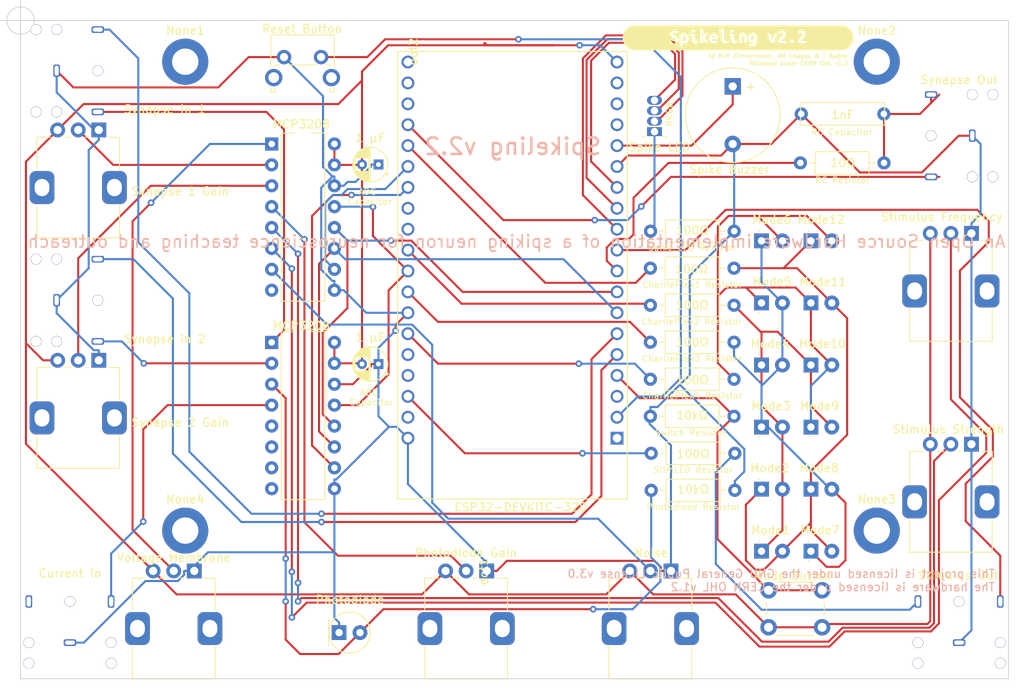
<source format=kicad_pcb>
(kicad_pcb (version 20171130) (host pcbnew "(5.1.12)-1")
  (layers (0 F.Cu signal) (31 B.Cu signal) (34 B.Paste user hide) (35 F.Paste user hide) (36 B.SilkS user hide) (37 F.SilkS user hide) (38 B.Mask user hide) (39 F.Mask user hide) (44 Edge.Cuts user))
  (net 0 "")
  (net 7 GNDREF)
  (net 8 /23)
  (net 9 /27)
  (net 10 /26)
  (net 11 +3V3)
  (net 12 /34)
  (net 13 /35)
  (net 14 /25)
  (net 15 /14)
  (net 16 /12)
  (net 17 /13)
  (net 18 /22)
  (net 19 /21)
  (net 20 /19)
  (net 21 /05)
  (net 22 /17)
  (net 23 /16)
  (net 24 /02)
  (net 25 /15)
  (net 26 "Net-(R1-Pad2)")
  (net 27 "Net-(R7-Pad2)")
  (net 28 "Net-(R6-Pad2)")
  (net 29 "Net-(R8-Pad2)")
  (net 30 "Net-(R9-Pad2)")
  (net 31 "Net-(R4-Pad2)")
  (net 33 /39)
  (net 34 VCC)
  (net 38 /202)
  (net 39 /203)
  (net 40 /106)
  (net 41 /103)
  (net 42 /105)
  (net 43 /104)
  (net 44 /101)
  (net 45 /102)
  (net 46 /200)
  (net 47 /201)
  (net 48 /32)
  (net 49 /33)
  (net 50 /18)
  (net 51 /04)
  (net 52 /00)
  (net 53 /100)
  (net 54 /107)
  (net 55 /204)
  (net 56 /205)
  (net 57 /206)
  (net 58 /207)
  (net 59 "Net-(R3-Pad2)")
  (net 60 "Net-(SW2-Pad2)")
  (module LED_THT:LED_D5.0mm-4_RGB (layer F.Cu) (at 177 63.5 90)
    (fp_text reference D14)
    (fp_text value "Spike LED" (at -1.9 0.6 180) (layer F.SilkS))
    (pad 1 thru_hole oval (at 1.27 0 90) (size 1.07 1.8) (drill 0.9) (layers *.Cu *.Mask) (net 9 /27))
    (pad 2 thru_hole rect (at 0 0 90) (size 1.07 1.8) (drill 0.9) (layers *.Cu *.Mask) (net 31 "Net-(R4-Pad2)"))
    (pad 3 thru_hole oval (at 2.54 0 90) (size 1.07 1.8) (drill 0.9) (layers *.Cu *.Mask) (net 15 /14))
    (pad 4 thru_hole oval (at 3.81 0 90) (size 1.07 1.8) (drill 0.9) (layers *.Cu *.Mask) (net 16 /12))
  )
  (module MountingHole:MountingHole_3.2mm_M3_DIN965_Pad (layer F.Cu) (at 120 55)
    (fp_text reference None1 (at 0 -3.8) (layer F.SilkS))
    (fp_text value MountingHole_3.2mm_M3_DIN965_Pad)
    (pad 1 thru_hole circle (at 0 0) (size 5.6 5.6) (drill 3.2) (layers *.Cu *.Mask))
  )
  (module LED_THT:LED_D3.0mm (layer F.Cu) (at 190 76.779)
    (fp_text reference D7)
    (fp_text value Mode6 (at 1.25 -2.579) (layer F.SilkS))
    (pad 1 thru_hole rect (at 0 0) (size 1.8 1.8) (drill 0.9) (layers *.Cu *.Mask) (net 29 "Net-(R8-Pad2)"))
    (pad 2 thru_hole circle (at 2.54 0) (size 1.8 1.8) (drill 0.9) (layers *.Cu *.Mask) (net 30 "Net-(R9-Pad2)"))
  )
  (module LED_THT:LED_D3.0mm (layer F.Cu) (at 190 114.504)
    (fp_text reference D2)
    (fp_text value Mode1 (at 1.1 -2.554) (layer F.SilkS))
    (pad 1 thru_hole rect (at 0 0) (size 1.8 1.8) (drill 0.9) (layers *.Cu *.Mask) (net 27 "Net-(R7-Pad2)"))
    (pad 2 thru_hole circle (at 2.54 0) (size 1.8 1.8) (drill 0.9) (layers *.Cu *.Mask) (net 28 "Net-(R6-Pad2)"))
  )
  (module Resistor_THT:R_Axial_DIN0207_L6.3mm_D2.5mm_P10.16mm_Horizontal (layer F.Cu) (at 186.66 98.1 180)
    (fp_text reference R5)
    (fp_text value 10kΩ (at 5.08 0.1 180) (layer F.SilkS))
    (pad 1 thru_hole circle (at 0 0 180) (size 1.6 1.6) (drill 0.8) (layers *.Cu *.Mask) (net 33 /39))
    (pad 2 thru_hole oval (at 10.16 0 180) (size 1.6 1.6) (drill 0.8) (layers *.Cu *.Mask) (net 7 GNDREF))
  )
  (module Package_DIP:DIP-16_W7.62mm (layer F.Cu) (at 130.5 89.125)
    (fp_text reference U3)
    (fp_text value MCP3208 (at 3.6 -2.025) (layer F.SilkS))
    (pad 1 thru_hole rect (at 0 0) (size 1.6 1.6) (drill 0.8) (layers *.Cu *.Mask) (net 46 /200))
    (pad 2 thru_hole oval (at 0 2.54) (size 1.6 1.6) (drill 0.8) (layers *.Cu *.Mask) (net 47 /201))
    (pad 3 thru_hole oval (at 0 5.08) (size 1.6 1.6) (drill 0.8) (layers *.Cu *.Mask) (net 38 /202))
    (pad 4 thru_hole oval (at 0 7.62) (size 1.6 1.6) (drill 0.8) (layers *.Cu *.Mask) (net 39 /203))
    (pad 5 thru_hole oval (at 0 10.16) (size 1.6 1.6) (drill 0.8) (layers *.Cu *.Mask) (net 55 /204))
    (pad 6 thru_hole oval (at 0 12.7) (size 1.6 1.6) (drill 0.8) (layers *.Cu *.Mask) (net 56 /205))
    (pad 7 thru_hole oval (at 0 15.24) (size 1.6 1.6) (drill 0.8) (layers *.Cu *.Mask) (net 57 /206))
    (pad 8 thru_hole oval (at 0 17.78) (size 1.6 1.6) (drill 0.8) (layers *.Cu *.Mask) (net 58 /207))
    (pad 9 thru_hole oval (at 7.62 17.78) (size 1.6 1.6) (drill 0.8) (layers *.Cu *.Mask) (net 7 GNDREF))
    (pad 10 thru_hole oval (at 7.62 15.24) (size 1.6 1.6) (drill 0.8) (layers *.Cu *.Mask) (net 51 /04))
    (pad 11 thru_hole oval (at 7.62 12.7) (size 1.6 1.6) (drill 0.8) (layers *.Cu *.Mask) (net 48 /32))
    (pad 12 thru_hole oval (at 7.62 10.16) (size 1.6 1.6) (drill 0.8) (layers *.Cu *.Mask) (net 49 /33))
    (pad 13 thru_hole oval (at 7.62 7.62) (size 1.6 1.6) (drill 0.8) (layers *.Cu *.Mask) (net 50 /18))
    (pad 14 thru_hole oval (at 7.62 5.08) (size 1.6 1.6) (drill 0.8) (layers *.Cu *.Mask) (net 7 GNDREF))
    (pad 15 thru_hole oval (at 7.62 2.54) (size 1.6 1.6) (drill 0.8) (layers *.Cu *.Mask) (net 34 VCC))
    (pad 16 thru_hole oval (at 7.62 0) (size 1.6 1.6) (drill 0.8) (layers *.Cu *.Mask) (net 34 VCC))
  )
  (module "Potentiometer_THT:Spikeling Potentiometer" (layer F.Cu) (at 213 109 270)
    (fp_text reference RV6)
    (fp_text value "Stimulus Strength" (at -9.3 0.3) (layer F.SilkS))
    (pad 1 thru_hole rect (at -7.5 -2.5 270) (size 1.8 1.8) (drill 1) (layers *.Cu *.Mask) (net 7 GNDREF))
    (pad 2 thru_hole circle (at -7.5 0 270) (size 1.8 1.8) (drill 1) (layers *.Cu *.Mask) (net 43 /104))
    (pad 3 thru_hole circle (at -7.5 2.5 270) (size 1.8 1.8) (drill 1) (layers *.Cu *.Mask) (net 34 VCC))
    (pad MP thru_hole roundrect (at -0.5 4.4 270) (size 4 3) (drill oval 2.1 1.8) (layers *.Cu *.Mask))
    (pad MP thru_hole roundrect (at -0.5 -4.4 270) (size 4 3) (drill oval 2.1 1.8) (layers *.Cu *.Mask))
  )
  (module "Potentiometer_THT:Spikeling Potentiometer" (layer F.Cu) (at 176.5 124.4 270)
    (fp_text reference RV4)
    (fp_text value Noise (at -9.7 -0.1) (layer F.SilkS))
    (pad 1 thru_hole rect (at -7.5 -2.5 270) (size 1.8 1.8) (drill 1) (layers *.Cu *.Mask) (net 7 GNDREF))
    (pad 2 thru_hole circle (at -7.5 0 270) (size 1.8 1.8) (drill 1) (layers *.Cu *.Mask) (net 40 /106))
    (pad 3 thru_hole circle (at -7.5 2.5 270) (size 1.8 1.8) (drill 1) (layers *.Cu *.Mask) (net 34 VCC))
    (pad MP thru_hole roundrect (at -0.5 -4.4 270) (size 4 3) (drill oval 2.1 1.8) (layers *.Cu *.Mask))
    (pad MP thru_hole roundrect (at -0.5 4.4 270) (size 4 3) (drill oval 2.1 1.8) (layers *.Cu *.Mask))
  )
  (module Audio_Module:Spikeling_Photoreceptor (layer F.Cu) (at 159.6 122.9)
    (fp_text reference dot1 (at -3.35 -5.9 90 unlocked) (layer F.SilkS))
    (fp_text value Spikeling_neuron)
  )
  (module "Audio_Module:Spikeling Audio Jack 3.5mm" (layer F.Cu) (at 99.8825 56.1 90)
    (fp_text reference J2)
    (fp_text value "Synapse in 1" (at -4.7 17.6175 180) (layer F.SilkS))
    (pad "" thru_hole circle (at 5 2 270) (size 1.3 1.3) (drill 1.25) (layers *.Cu *.Mask))
    (pad "" thru_hole circle (at 5 4.5 270) (size 1.3 1.3) (drill 1.25) (layers *.Cu *.Mask))
    (pad "" thru_hole circle (at 0 9.5 270) (size 1.3 1.3) (drill 1.25) (layers *.Cu *.Mask))
    (pad "" thru_hole circle (at -5 2 270) (size 1.3 1.3) (drill 1.25) (layers *.Cu *.Mask))
    (pad "" thru_hole circle (at -5 4.5 270) (size 1.3 1.3) (drill 1.25) (layers *.Cu *.Mask))
    (pad R thru_hole roundrect (at -5 9.5 180) (size 1.5 0.8) (drill oval 1.2 0.5) (layers *.Cu *.Mask) (net 46 /200))
    (pad S thru_hole roundrect (at 0 4.5 270) (size 1.5 0.8) (drill oval 1.2 0.5) (layers *.Cu *.Mask) (net 7 GNDREF))
    (pad T thru_hole roundrect (at 5 9.5 180) (size 1.5 0.8) (drill oval 1.2 0.5) (layers *.Cu *.Mask) (net 13 /35))
  )
  (module "Audio_Module:Spikeling Audio Jack 3.5mm" (layer F.Cu) (at 220.1 64 270)
    (fp_text reference J1)
    (fp_text value "Synapse Out" (at -6.8 6.1) (layer F.SilkS))
    (pad "" thru_hole circle (at -5 4.5 90) (size 1.3 1.3) (drill 1.25) (layers *.Cu *.Mask))
    (pad "" thru_hole circle (at 5 4.5 90) (size 1.3 1.3) (drill 1.25) (layers *.Cu *.Mask))
    (pad "" thru_hole circle (at -5 2 90) (size 1.3 1.3) (drill 1.25) (layers *.Cu *.Mask))
    (pad "" thru_hole circle (at 0 9.5 90) (size 1.3 1.3) (drill 1.25) (layers *.Cu *.Mask))
    (pad "" thru_hole circle (at 5 2 90) (size 1.3 1.3) (drill 1.25) (layers *.Cu *.Mask))
    (pad R thru_hole roundrect (at -5 9.5) (size 1.5 0.8) (drill oval 1.2 0.5) (layers *.Cu *.Mask) (net 26 "Net-(R1-Pad2)"))
    (pad S thru_hole roundrect (at 0 4.5 90) (size 1.5 0.8) (drill oval 1.2 0.5) (layers *.Cu *.Mask) (net 7 GNDREF))
    (pad T thru_hole roundrect (at 5 9.5) (size 1.5 0.8) (drill oval 1.2 0.5) (layers *.Cu *.Mask) (net 25 /15))
  )
  (module "Potentiometer_THT:Spikeling Potentiometer" (layer F.Cu) (at 107 70.8 270)
    (fp_text reference RV1)
    (fp_text value "Synapse 1 Gain" (at -0.05 -12.4) (layer F.SilkS))
    (pad 1 thru_hole rect (at -7.5 -2.5 270) (size 1.8 1.8) (drill 1) (layers *.Cu *.Mask) (net 7 GNDREF))
    (pad 2 thru_hole circle (at -7.5 0 270) (size 1.8 1.8) (drill 1) (layers *.Cu *.Mask) (net 44 /101))
    (pad 3 thru_hole circle (at -7.5 2.5 270) (size 1.8 1.8) (drill 1) (layers *.Cu *.Mask) (net 34 VCC))
    (pad MP thru_hole roundrect (at -0.5 4.4 270) (size 4 3) (drill oval 2.1 1.8) (layers *.Cu *.Mask))
    (pad MP thru_hole roundrect (at -0.5 -4.4 270) (size 4 3) (drill oval 2.1 1.8) (layers *.Cu *.Mask))
  )
  (module Audio_Module:Spikeling_Electrode (layer F.Cu) (at 125.9 107.3)
    (fp_text reference REF**)
    (fp_text value Spikeling_neuron)
  )
  (module LED_THT:LED_D3.0mm (layer F.Cu) (at 190 99.414)
    (fp_text reference D4)
    (fp_text value Mode3 (at 1.15 -2.564) (layer F.SilkS))
    (pad 1 thru_hole rect (at 0 0) (size 1.8 1.8) (drill 0.9) (layers *.Cu *.Mask) (net 29 "Net-(R8-Pad2)"))
    (pad 2 thru_hole circle (at 2.54 0) (size 1.8 1.8) (drill 0.9) (layers *.Cu *.Mask) (net 27 "Net-(R7-Pad2)"))
  )
  (module "Potentiometer_THT:Spikeling Potentiometer" (layer F.Cu) (at 118.6 124.4 270)
    (fp_text reference RV3)
    (fp_text value "Voltage Membrane" (at -9.1 0) (layer F.SilkS))
    (pad 1 thru_hole rect (at -7.5 -2.5 270) (size 1.8 1.8) (drill 1) (layers *.Cu *.Mask) (net 7 GNDREF))
    (pad 2 thru_hole circle (at -7.5 0 270) (size 1.8 1.8) (drill 1) (layers *.Cu *.Mask) (net 53 /100))
    (pad 3 thru_hole circle (at -7.5 2.5 270) (size 1.8 1.8) (drill 1) (layers *.Cu *.Mask) (net 34 VCC))
    (pad MP thru_hole roundrect (at -0.5 -4.4 270) (size 4 3) (drill oval 2.1 1.8) (layers *.Cu *.Mask))
    (pad MP thru_hole roundrect (at -0.5 4.4 270) (size 4 3) (drill oval 2.1 1.8) (layers *.Cu *.Mask))
  )
  (module Resistor_THT:R_Axial_DIN0207_L6.3mm_D2.5mm_P10.16mm_Horizontal (layer F.Cu) (at 176.6 102.6)
    (fp_text reference R3)
    (fp_text value 100Ω (at 5.1 0.1) (layer F.SilkS))
    (pad 1 thru_hole circle (at 0 0) (size 1.6 1.6) (drill 0.8) (layers *.Cu *.Mask) (net 18 /22))
    (pad 2 thru_hole oval (at 10.16 0) (size 1.6 1.6) (drill 0.8) (layers *.Cu *.Mask) (net 59 "Net-(R3-Pad2)"))
  )
  (module MountingHole:MountingHole_3.2mm_M3_DIN965_Pad (layer F.Cu) (at 204 55)
    (fp_text reference None2 (at 0 -3.8) (layer F.SilkS))
    (fp_text value MountingHole_M3)
    (pad 1 thru_hole circle (at 0 0) (size 5.6 5.6) (drill 3.2) (layers *.Cu *.Mask))
  )
  (module Package_DIP:DIP-16_W7.62mm (layer F.Cu) (at 130.5 65)
    (fp_text reference U2)
    (fp_text value MCP3208 (at 3.6 -2.4) (layer F.SilkS))
    (pad 1 thru_hole rect (at 0 0) (size 1.6 1.6) (drill 0.8) (layers *.Cu *.Mask) (net 53 /100))
    (pad 2 thru_hole oval (at 0 2.54) (size 1.6 1.6) (drill 0.8) (layers *.Cu *.Mask) (net 44 /101))
    (pad 3 thru_hole oval (at 0 5.08) (size 1.6 1.6) (drill 0.8) (layers *.Cu *.Mask) (net 45 /102))
    (pad 4 thru_hole oval (at 0 7.62) (size 1.6 1.6) (drill 0.8) (layers *.Cu *.Mask) (net 41 /103))
    (pad 5 thru_hole oval (at 0 10.16) (size 1.6 1.6) (drill 0.8) (layers *.Cu *.Mask) (net 43 /104))
    (pad 6 thru_hole oval (at 0 12.7) (size 1.6 1.6) (drill 0.8) (layers *.Cu *.Mask) (net 42 /105))
    (pad 7 thru_hole oval (at 0 15.24) (size 1.6 1.6) (drill 0.8) (layers *.Cu *.Mask) (net 40 /106))
    (pad 8 thru_hole oval (at 0 17.78) (size 1.6 1.6) (drill 0.8) (layers *.Cu *.Mask) (net 54 /107))
    (pad 9 thru_hole oval (at 7.62 17.78) (size 1.6 1.6) (drill 0.8) (layers *.Cu *.Mask) (net 7 GNDREF))
    (pad 10 thru_hole oval (at 7.62 15.24) (size 1.6 1.6) (drill 0.8) (layers *.Cu *.Mask) (net 52 /00))
    (pad 11 thru_hole oval (at 7.62 12.7) (size 1.6 1.6) (drill 0.8) (layers *.Cu *.Mask) (net 48 /32))
    (pad 12 thru_hole oval (at 7.62 10.16) (size 1.6 1.6) (drill 0.8) (layers *.Cu *.Mask) (net 49 /33))
    (pad 13 thru_hole oval (at 7.62 7.62) (size 1.6 1.6) (drill 0.8) (layers *.Cu *.Mask) (net 50 /18))
    (pad 14 thru_hole oval (at 7.62 5.08) (size 1.6 1.6) (drill 0.8) (layers *.Cu *.Mask) (net 7 GNDREF))
    (pad 15 thru_hole oval (at 7.62 2.54) (size 1.6 1.6) (drill 0.8) (layers *.Cu *.Mask) (net 34 VCC))
    (pad 16 thru_hole oval (at 7.62 0) (size 1.6 1.6) (drill 0.8) (layers *.Cu *.Mask) (net 34 VCC))
  )
  (module Capacitor_THT:CP_Radial_D4.0mm_P2.00mm (layer F.Cu) (at 143.4726 91.75 180)
    (fp_text reference C2)
    (fp_text value "1 μF" (at 1 3.25) (layer F.SilkS))
    (pad 1 thru_hole rect (at 0 0 180) (size 1.2 1.2) (drill 0.6) (layers *.Cu *.Mask) (net 7 GNDREF))
    (pad 2 thru_hole circle (at 2 0 180) (size 1.2 1.2) (drill 0.6) (layers *.Cu *.Mask) (net 34 VCC))
  )
  (module "Audio_Module:Spikeling Audio Jack 3.5mm" (layer F.Cu) (at 214 130.1175 180)
    (fp_text reference J5)
    (fp_text value "Stimulus Out" (at 0.1 12.7 180) (layer F.SilkS))
    (pad "" thru_hole circle (at -5 4.5) (size 1.3 1.3) (drill 1.25) (layers *.Cu *.Mask))
    (pad "" thru_hole circle (at -5 2) (size 1.3 1.3) (drill 1.25) (layers *.Cu *.Mask))
    (pad "" thru_hole circle (at 5 2) (size 1.3 1.3) (drill 1.25) (layers *.Cu *.Mask))
    (pad "" thru_hole circle (at 0 9.5) (size 1.3 1.3) (drill 1.25) (layers *.Cu *.Mask))
    (pad "" thru_hole circle (at 5 4.5) (size 1.3 1.3) (drill 1.25) (layers *.Cu *.Mask))
    (pad R thru_hole roundrect (at -5 9.5 270) (size 1.5 0.8) (drill oval 1.2 0.5) (layers *.Cu *.Mask) (net 10 /26))
    (pad S thru_hole roundrect (at 0 4.5) (size 1.5 0.8) (drill oval 1.2 0.5) (layers *.Cu *.Mask) (net 7 GNDREF))
    (pad T thru_hole roundrect (at 5 9.5 270) (size 1.5 0.8) (drill oval 1.2 0.5) (layers *.Cu *.Mask) (net 59 "Net-(R3-Pad2)"))
  )
  (module "Button_Switch_THT:Spikeling reset button" (layer F.Cu) (at 134.25 51.75)
    (fp_text reference SW2)
    (fp_text value "Reset Button" (at -0.05 -0.75) (layer F.SilkS))
    (pad "" thru_hole circle (at 3.51 5.18) (size 2.1 2.1) (drill 1.3) (layers *.Cu *.Mask))
    (pad "" thru_hole circle (at -3.5 5.18) (size 2.1 2.1) (drill 1.3) (layers *.Cu *.Mask))
    (pad 1 thru_hole circle (at -2.25 2.69) (size 1.75 1.75) (drill 0.99) (layers *.Cu *.Mask) (net 7 GNDREF))
    (pad 2 thru_hole circle (at 2.25 2.69) (size 1.75 1.75) (drill 0.99) (layers *.Cu *.Mask) (net 60 "Net-(SW2-Pad2)"))
  )
  (module LED_THT:LED_D3.0mm (layer F.Cu) (at 196 91.869)
    (fp_text reference D11)
    (fp_text value Mode10 (at 1.4 -2.569) (layer F.SilkS))
    (pad 1 thru_hole rect (at 0 0) (size 1.8 1.8) (drill 0.9) (layers *.Cu *.Mask) (net 27 "Net-(R7-Pad2)"))
    (pad 2 thru_hole circle (at 2.54 0) (size 1.8 1.8) (drill 0.9) (layers *.Cu *.Mask) (net 30 "Net-(R9-Pad2)"))
  )
  (module LED_THT:LED_D3.0mm (layer F.Cu) (at 196 106.959)
    (fp_text reference D9)
    (fp_text value Mode8 (at 1 -2.559) (layer F.SilkS))
    (pad 1 thru_hole rect (at 0 0) (size 1.8 1.8) (drill 0.9) (layers *.Cu *.Mask) (net 28 "Net-(R6-Pad2)"))
    (pad 2 thru_hole circle (at 2.54 0) (size 1.8 1.8) (drill 0.9) (layers *.Cu *.Mask) (net 29 "Net-(R8-Pad2)"))
  )
  (module Capacitor_THT:CP_Radial_D4.0mm_P2.00mm (layer F.Cu) (at 143.4726 67.5 180)
    (fp_text reference C1)
    (fp_text value "1 μF" (at 1 3.25) (layer F.SilkS))
    (pad 1 thru_hole rect (at 0 0 180) (size 1.2 1.2) (drill 0.6) (layers *.Cu *.Mask) (net 7 GNDREF))
    (pad 2 thru_hole circle (at 2 0 180) (size 1.2 1.2) (drill 0.6) (layers *.Cu *.Mask) (net 34 VCC))
  )
  (module Resistor_THT:R_Axial_DIN0207_L6.3mm_D2.5mm_P10.16mm_Horizontal (layer F.Cu) (at 176.5 93.6)
    (fp_text reference R9)
    (fp_text value 100Ω (at 5.1 0.1) (layer F.SilkS))
    (pad 1 thru_hole circle (at 0 0) (size 1.6 1.6) (drill 0.8) (layers *.Cu *.Mask) (net 19 /21))
    (pad 2 thru_hole oval (at 10.16 0) (size 1.6 1.6) (drill 0.8) (layers *.Cu *.Mask) (net 30 "Net-(R9-Pad2)"))
  )
  (module LED_THT:LED_D3.0mm (layer F.Cu) (at 196 76.779)
    (fp_text reference D13)
    (fp_text value Mode12 (at 1.25 -2.579) (layer F.SilkS))
    (pad 1 thru_hole rect (at 0 0) (size 1.8 1.8) (drill 0.9) (layers *.Cu *.Mask) (net 28 "Net-(R6-Pad2)"))
    (pad 2 thru_hole circle (at 2.54 0) (size 1.8 1.8) (drill 0.9) (layers *.Cu *.Mask) (net 30 "Net-(R9-Pad2)"))
  )
  (module LED_THT:LED_D3.0mm (layer F.Cu) (at 196 84.324)
    (fp_text reference D12)
    (fp_text value Mode11 (at 1.45 -2.574) (layer F.SilkS))
    (pad 1 thru_hole rect (at 0 0) (size 1.8 1.8) (drill 0.9) (layers *.Cu *.Mask) (net 30 "Net-(R9-Pad2)"))
    (pad 2 thru_hole circle (at 2.54 0) (size 1.8 1.8) (drill 0.9) (layers *.Cu *.Mask) (net 28 "Net-(R6-Pad2)"))
  )
  (module LED_THT:LED_D3.0mm (layer F.Cu) (at 196 99.414)
    (fp_text reference D10)
    (fp_text value Mode9 (at 1.05 -2.564) (layer F.SilkS))
    (pad 1 thru_hole rect (at 0 0) (size 1.8 1.8) (drill 0.9) (layers *.Cu *.Mask) (net 30 "Net-(R9-Pad2)"))
    (pad 2 thru_hole circle (at 2.54 0) (size 1.8 1.8) (drill 0.9) (layers *.Cu *.Mask) (net 27 "Net-(R7-Pad2)"))
  )
  (module Resistor_THT:R_Axial_DIN0207_L6.3mm_D2.5mm_P10.16mm_Horizontal (layer F.Cu) (at 194.72 67.3)
    (fp_text reference R1)
    (fp_text value 10Ω (at 5.18 0) (layer F.SilkS))
    (pad 1 thru_hole circle (at 0 0) (size 1.6 1.6) (drill 0.8) (layers *.Cu *.Mask) (net 14 /25))
    (pad 2 thru_hole oval (at 10.16 0) (size 1.6 1.6) (drill 0.8) (layers *.Cu *.Mask) (net 26 "Net-(R1-Pad2)"))
  )
  (module LED_THT:LED_D5.0mm (layer F.Cu) (at 139.958 124.4)
    (fp_text reference D1)
    (fp_text value Photodiode (at 0.055 -4) (layer F.SilkS))
    (pad 1 thru_hole rect (at -1.27 0) (size 1.8 1.8) (drill 0.9) (layers *.Cu *.Mask) (net 7 GNDREF))
    (pad 2 thru_hole circle (at 1.27 0) (size 1.8 1.8) (drill 0.9) (layers *.Cu *.Mask) (net 38 /202))
  )
  (module "Potentiometer_THT:Spikeling Potentiometer" (layer F.Cu) (at 213 83.372 270)
    (fp_text reference RV7)
    (fp_text value "Stimulus Frequency" (at -9.5 1.1) (layer F.SilkS))
    (pad 1 thru_hole rect (at -7.5 -2.5 270) (size 1.8 1.8) (drill 1) (layers *.Cu *.Mask) (net 7 GNDREF))
    (pad 2 thru_hole circle (at -7.5 0 270) (size 1.8 1.8) (drill 1) (layers *.Cu *.Mask) (net 42 /105))
    (pad 3 thru_hole circle (at -7.5 2.5 270) (size 1.8 1.8) (drill 1) (layers *.Cu *.Mask) (net 34 VCC))
    (pad MP thru_hole roundrect (at -0.5 4.4 270) (size 4 3) (drill oval 2.1 1.8) (layers *.Cu *.Mask))
    (pad MP thru_hole roundrect (at -0.5 -4.4 270) (size 4 3) (drill oval 2.1 1.8) (layers *.Cu *.Mask))
  )
  (module "Potentiometer_THT:Spikeling Potentiometer" (layer F.Cu) (at 107 98.8 270)
    (fp_text reference RV2)
    (fp_text value "Synapse 2 Gain" (at 0.05 -12.4) (layer F.SilkS))
    (pad 1 thru_hole rect (at -7.5 -2.5 270) (size 1.8 1.8) (drill 1) (layers *.Cu *.Mask) (net 7 GNDREF))
    (pad 2 thru_hole circle (at -7.5 0 270) (size 1.8 1.8) (drill 1) (layers *.Cu *.Mask) (net 45 /102))
    (pad 3 thru_hole circle (at -7.5 2.5 270) (size 1.8 1.8) (drill 1) (layers *.Cu *.Mask) (net 34 VCC))
    (pad MP thru_hole roundrect (at -0.5 -4.4 270) (size 4 3) (drill oval 2.1 1.8) (layers *.Cu *.Mask))
    (pad MP thru_hole roundrect (at -0.5 4.4 270) (size 4 3) (drill oval 2.1 1.8) (layers *.Cu *.Mask))
  )
  (module "Audio_Module:Spikeling Audio Jack 3.5mm" (layer F.Cu) (at 99.8825 84 90)
    (fp_text reference e)
    (fp_text value "Synapse in 2" (at -4.7 17.6175 180) (layer F.SilkS))
    (pad "" thru_hole circle (at 5 4.5 270) (size 1.3 1.3) (drill 1.25) (layers *.Cu *.Mask))
    (pad "" thru_hole circle (at -5 2 270) (size 1.3 1.3) (drill 1.25) (layers *.Cu *.Mask))
    (pad "" thru_hole circle (at 5 2 270) (size 1.3 1.3) (drill 1.25) (layers *.Cu *.Mask))
    (pad "" thru_hole circle (at 0 9.5 270) (size 1.3 1.3) (drill 1.25) (layers *.Cu *.Mask))
    (pad "" thru_hole circle (at -5 4.5 270) (size 1.3 1.3) (drill 1.25) (layers *.Cu *.Mask))
    (pad R thru_hole roundrect (at -5 9.5 180) (size 1.5 0.8) (drill oval 1.2 0.5) (layers *.Cu *.Mask) (net 47 /201))
    (pad S thru_hole roundrect (at 0 4.5 270) (size 1.5 0.8) (drill oval 1.2 0.5) (layers *.Cu *.Mask) (net 7 GNDREF))
    (pad T thru_hole roundrect (at 5 9.5 180) (size 1.5 0.8) (drill oval 1.2 0.5) (layers *.Cu *.Mask) (net 12 /34))
  )
  (module LED_THT:LED_D3.0mm (layer F.Cu) (at 190 106.959)
    (fp_text reference D3)
    (fp_text value Mode2 (at 1 -2.559) (layer F.SilkS))
    (pad 1 thru_hole rect (at 0 0) (size 1.8 1.8) (drill 0.9) (layers *.Cu *.Mask) (net 28 "Net-(R6-Pad2)"))
    (pad 2 thru_hole circle (at 2.54 0) (size 1.8 1.8) (drill 0.9) (layers *.Cu *.Mask) (net 27 "Net-(R7-Pad2)"))
  )
  (module MountingHole:MountingHole_3.2mm_M3_DIN965_Pad (layer F.Cu) (at 204 112)
    (fp_text reference None3 (at 0 -3.8) (layer F.SilkS))
    (fp_text value MountingHole_3.2mm_M3_DIN965_Pad)
    (pad 1 thru_hole circle (at 0 0) (size 5.6 5.6) (drill 3.2) (layers *.Cu *.Mask))
  )
  (module LED_THT:LED_D3.0mm (layer F.Cu) (at 190 91.869)
    (fp_text reference D5)
    (fp_text value Mode4 (at 1.05 -2.569) (layer F.SilkS))
    (pad 1 thru_hole rect (at 0 0) (size 1.8 1.8) (drill 0.9) (layers *.Cu *.Mask) (net 27 "Net-(R7-Pad2)"))
    (pad 2 thru_hole circle (at 2.54 0) (size 1.8 1.8) (drill 0.9) (layers *.Cu *.Mask) (net 29 "Net-(R8-Pad2)"))
  )
  (module "Audio_Module:Spikeling Audio Jack 3.5mm" (layer F.Cu) (at 106 130.1175 180)
    (fp_text reference J4)
    (fp_text value "Current in" (at 0 12.9175 180) (layer F.SilkS))
    (pad "" thru_hole circle (at 5 2) (size 1.3 1.3) (drill 1.25) (layers *.Cu *.Mask))
    (pad "" thru_hole circle (at -5 4.5) (size 1.3 1.3) (drill 1.25) (layers *.Cu *.Mask))
    (pad "" thru_hole circle (at 5 4.5) (size 1.3 1.3) (drill 1.25) (layers *.Cu *.Mask))
    (pad "" thru_hole circle (at -5 2) (size 1.3 1.3) (drill 1.25) (layers *.Cu *.Mask))
    (pad "" thru_hole circle (at 0 9.5) (size 1.3 1.3) (drill 1.25) (layers *.Cu *.Mask))
    (pad R thru_hole roundrect (at -5 9.5 270) (size 1.5 0.8) (drill oval 1.2 0.5) (layers *.Cu *.Mask) (net 39 /203))
    (pad S thru_hole roundrect (at 0 4.5) (size 1.5 0.8) (drill oval 1.2 0.5) (layers *.Cu *.Mask) (net 7 GNDREF))
    (pad T thru_hole roundrect (at 5 9.5 270) (size 1.5 0.8) (drill oval 1.2 0.5) (layers *.Cu *.Mask))
  )
  (module Resistor_THT:R_Axial_DIN0207_L6.3mm_D2.5mm_P10.16mm_Horizontal (layer F.Cu) (at 176.5 89.1)
    (fp_text reference R8)
    (fp_text value 100Ω (at 5.1 0) (layer F.SilkS))
    (pad 1 thru_hole circle (at 0 0) (size 1.6 1.6) (drill 0.8) (layers *.Cu *.Mask) (net 20 /19))
    (pad 2 thru_hole oval (at 10.16 0) (size 1.6 1.6) (drill 0.8) (layers *.Cu *.Mask) (net 29 "Net-(R8-Pad2)"))
  )
  (module Resistor_THT:R_Axial_DIN0207_L6.3mm_D2.5mm_P10.16mm_Horizontal (layer F.Cu) (at 176.6 107.1)
    (fp_text reference R2)
    (fp_text value 10kΩ (at 5.1 -0.1) (layer F.SilkS))
    (pad 1 thru_hole circle (at 0 0) (size 1.6 1.6) (drill 0.8) (layers *.Cu *.Mask) (net 38 /202))
    (pad 2 thru_hole oval (at 10.16 0) (size 1.6 1.6) (drill 0.8) (layers *.Cu *.Mask) (net 7 GNDREF))
  )
  (module "Potentiometer_THT:Spikeling Potentiometer" (layer F.Cu) (at 154.119 124.4 270)
    (fp_text reference RV5)
    (fp_text value "Photodiode Gain" (at -9.7 0) (layer F.SilkS))
    (pad 1 thru_hole rect (at -7.5 -2.5 270) (size 1.8 1.8) (drill 1) (layers *.Cu *.Mask) (net 7 GNDREF))
    (pad 2 thru_hole circle (at -7.5 0 270) (size 1.8 1.8) (drill 1) (layers *.Cu *.Mask) (net 41 /103))
    (pad 3 thru_hole circle (at -7.5 2.5 270) (size 1.8 1.8) (drill 1) (layers *.Cu *.Mask) (net 34 VCC))
    (pad MP thru_hole roundrect (at -0.5 4.4 270) (size 4 3) (drill oval 2.1 1.8) (layers *.Cu *.Mask))
    (pad MP thru_hole roundrect (at -0.5 -4.4 270) (size 4 3) (drill oval 2.1 1.8) (layers *.Cu *.Mask))
  )
  (module Capacitor_THT:C_Disc_D10.0mm_W2.5mm_P5.00mm (layer F.Cu) (at 202.35 61.35 180)
    (fp_text reference C3)
    (fp_text value 1nF (at 2.5 -0.1 180) (layer F.SilkS))
    (pad 1 thru_hole circle (at -2.51 0 180) (size 1.6 1.6) (drill 0.8) (layers *.Cu *.Mask) (net 26 "Net-(R1-Pad2)"))
    (pad 2 thru_hole circle (at 7.52 0 180) (size 1.6 1.6) (drill 0.8) (layers *.Cu *.Mask) (net 7 GNDREF))
  )
  (module Resistor_THT:R_Axial_DIN0207_L6.3mm_D2.5mm_P10.16mm_Horizontal (layer F.Cu) (at 176.5 84.6)
    (fp_text reference R7)
    (fp_text value 100Ω (at 5.08 0) (layer F.SilkS))
    (pad 1 thru_hole circle (at 0 0) (size 1.6 1.6) (drill 0.8) (layers *.Cu *.Mask) (net 21 /05))
    (pad 2 thru_hole oval (at 10.16 0) (size 1.6 1.6) (drill 0.8) (layers *.Cu *.Mask) (net 27 "Net-(R7-Pad2)"))
  )
  (module Resistor_THT:R_Axial_DIN0207_L6.3mm_D2.5mm_P10.16mm_Horizontal (layer F.Cu) (at 186.68 75.6 180)
    (fp_text reference R4)
    (fp_text value 100Ω (at 5.08 0.1 180) (layer F.SilkS))
    (pad 1 thru_hole circle (at 0 0 180) (size 1.6 1.6) (drill 0.8) (layers *.Cu *.Mask) (net 7 GNDREF))
    (pad 2 thru_hole oval (at 10.16 0 180) (size 1.6 1.6) (drill 0.8) (layers *.Cu *.Mask) (net 31 "Net-(R4-Pad2)"))
  )
  (module Buzzer_Beeper:Buzzer_11.5x9.5RM5 (layer F.Cu) (at 186.5 61.5 270)
    (fp_text reference BZ1)
    (fp_text value "Spike Buzzer" (at 6.6 0.4) (layer F.SilkS))
    (fp_text user + (at -3.4 -2.1 270) (layer F.SilkS))
    (pad 1 thru_hole rect (at -3.5 0 270) (size 2 2) (drill 1) (layers *.Cu *.Mask) (net 17 /13))
    (pad 2 thru_hole circle (at 3.5 0 270) (size 2 2) (drill 1) (layers *.Cu *.Mask) (net 7 GNDREF))
  )
  (module kibuzzard-633362FE (layer F.Cu) (at 187.15 52.1)
    (fp_text reference kibuzzard-633362FE hide)
    (fp_text value G*** hide)
  )
  (module MountingHole:MountingHole_3.2mm_M3_DIN965_Pad (layer F.Cu) (at 120 112)
    (fp_text reference None4 (at 0 -3.8) (layer F.SilkS))
    (fp_text value MountingHole_3.2mm_M3_DIN965_Pad)
    (pad 1 thru_hole circle (at 0 0) (size 5.6 5.6) (drill 3.2) (layers *.Cu *.Mask))
  )
  (module Audio_Module:Spikeling_Neuron (layer F.Cu) (at 155.9 65.6)
    (fp_text reference dot2 (at -8.2 -11.8 90 unlocked) (layer F.SilkS))
    (fp_text value Spikeling_neuron)
  )
  (module Resistor_THT:R_Axial_DIN0207_L6.3mm_D2.5mm_P10.16mm_Horizontal (layer F.Cu) (at 176.5 80.1)
    (fp_text reference R6)
    (fp_text value 100Ω (at 5 0.1) (layer F.SilkS))
    (pad 1 thru_hole circle (at 0 0) (size 1.6 1.6) (drill 0.8) (layers *.Cu *.Mask) (net 24 /02))
    (pad 2 thru_hole oval (at 10.16 0) (size 1.6 1.6) (drill 0.8) (layers *.Cu *.Mask) (net 28 "Net-(R6-Pad2)"))
  )
  (module Button_Switch_THT:SW_PUSH_6mm_H13mm (layer F.Cu) (at 194.1 121.5)
    (fp_text reference SW1)
    (fp_text value "Mode Button" (at -0.34 -4) (layer F.SilkS))
    (pad 1 thru_hole circle (at -3.24 -2.25 90) (size 2 2) (drill 1.1) (layers *.Cu *.Mask) (net 33 /39))
    (pad 1 thru_hole circle (at 3.26 -2.25 90) (size 2 2) (drill 1.1) (layers *.Cu *.Mask) (net 33 /39))
    (pad 2 thru_hole circle (at 3.26 2.25 90) (size 2 2) (drill 1.1) (layers *.Cu *.Mask) (net 34 VCC))
    (pad 2 thru_hole circle (at -3.24 2.25 90) (size 2 2) (drill 1.1) (layers *.Cu *.Mask) (net 34 VCC))
  )
  (module Module:MODULE_ESP32-DEVKITC-32D (layer F.Cu) (at 159.75 81 180)
    (fp_text reference U1)
    (fp_text value ESP32-DEVKITC-32D (at -1 -28.15 180) (layer F.SilkS) (effects (font (size 1.001047 1.001047))))
    (pad 1 thru_hole rect (at -12.7 -19.76 180) (size 1.56 1.56) (drill 1.04) (layers *.Cu *.Mask) (net 11 +3V3))
    (pad 2 thru_hole circle (at -12.7 -17.22 180) (size 1.56 1.56) (drill 1.04) (layers *.Cu *.Mask) (net 60 "Net-(SW2-Pad2)"))
    (pad 3 thru_hole circle (at -12.7 -14.68 180) (size 1.56 1.56) (drill 1.04) (layers *.Cu *.Mask))
    (pad 4 thru_hole circle (at -12.7 -12.14 180) (size 1.56 1.56) (drill 1.04) (layers *.Cu *.Mask) (net 33 /39))
    (pad 5 thru_hole circle (at -12.7 -9.6 180) (size 1.56 1.56) (drill 1.04) (layers *.Cu *.Mask) (net 12 /34))
    (pad 6 thru_hole circle (at -12.7 -7.06 180) (size 1.56 1.56) (drill 1.04) (layers *.Cu *.Mask) (net 13 /35))
    (pad 7 thru_hole circle (at -12.7 -4.52 180) (size 1.56 1.56) (drill 1.04) (layers *.Cu *.Mask) (net 48 /32))
    (pad 8 thru_hole circle (at -12.7 -1.98 180) (size 1.56 1.56) (drill 1.04) (layers *.Cu *.Mask) (net 49 /33))
    (pad 9 thru_hole circle (at -12.7 0.56 180) (size 1.56 1.56) (drill 1.04) (layers *.Cu *.Mask) (net 14 /25))
    (pad 10 thru_hole circle (at -12.7 3.1 180) (size 1.56 1.56) (drill 1.04) (layers *.Cu *.Mask) (net 10 /26))
    (pad 11 thru_hole circle (at -12.7 5.64 180) (size 1.56 1.56) (drill 1.04) (layers *.Cu *.Mask) (net 9 /27))
    (pad 12 thru_hole circle (at -12.7 8.18 180) (size 1.56 1.56) (drill 1.04) (layers *.Cu *.Mask) (net 15 /14))
    (pad 13 thru_hole circle (at -12.7 10.72 180) (size 1.56 1.56) (drill 1.04) (layers *.Cu *.Mask) (net 16 /12))
    (pad 14 thru_hole circle (at -12.7 13.26 180) (size 1.56 1.56) (drill 1.04) (layers *.Cu *.Mask) (net 7 GNDREF))
    (pad 15 thru_hole circle (at -12.7 15.8 180) (size 1.56 1.56) (drill 1.04) (layers *.Cu *.Mask) (net 17 /13))
    (pad 16 thru_hole circle (at -12.7 18.34 180) (size 1.56 1.56) (drill 1.04) (layers *.Cu *.Mask))
    (pad 17 thru_hole circle (at -12.7 20.88 180) (size 1.56 1.56) (drill 1.04) (layers *.Cu *.Mask))
    (pad 18 thru_hole circle (at -12.7 23.42 180) (size 1.56 1.56) (drill 1.04) (layers *.Cu *.Mask))
    (pad 19 thru_hole circle (at -12.7 25.96 180) (size 1.56 1.56) (drill 1.04) (layers *.Cu *.Mask) (net 34 VCC))
    (pad 20 thru_hole circle (at 12.7 -19.76 180) (size 1.56 1.56) (drill 1.04) (layers *.Cu *.Mask) (net 7 GNDREF))
    (pad 21 thru_hole circle (at 12.7 -17.22 180) (size 1.56 1.56) (drill 1.04) (layers *.Cu *.Mask) (net 8 /23))
    (pad 22 thru_hole circle (at 12.7 -14.68 180) (size 1.56 1.56) (drill 1.04) (layers *.Cu *.Mask) (net 18 /22))
    (pad 23 thru_hole circle (at 12.7 -12.14 180) (size 1.56 1.56) (drill 1.04) (layers *.Cu *.Mask))
    (pad 24 thru_hole circle (at 12.7 -9.6 180) (size 1.56 1.56) (drill 1.04) (layers *.Cu *.Mask))
    (pad 25 thru_hole circle (at 12.7 -7.06 180) (size 1.56 1.56) (drill 1.04) (layers *.Cu *.Mask) (net 19 /21))
    (pad 26 thru_hole circle (at 12.7 -4.52 180) (size 1.56 1.56) (drill 1.04) (layers *.Cu *.Mask) (net 7 GNDREF))
    (pad 27 thru_hole circle (at 12.7 -1.98 180) (size 1.56 1.56) (drill 1.04) (layers *.Cu *.Mask) (net 20 /19))
    (pad 28 thru_hole circle (at 12.7 0.56 180) (size 1.56 1.56) (drill 1.04) (layers *.Cu *.Mask) (net 50 /18))
    (pad 29 thru_hole circle (at 12.7 3.1 180) (size 1.56 1.56) (drill 1.04) (layers *.Cu *.Mask) (net 21 /05))
    (pad 30 thru_hole circle (at 12.7 5.64 180) (size 1.56 1.56) (drill 1.04) (layers *.Cu *.Mask) (net 22 /17))
    (pad 31 thru_hole circle (at 12.7 8.18 180) (size 1.56 1.56) (drill 1.04) (layers *.Cu *.Mask) (net 23 /16))
    (pad 32 thru_hole circle (at 12.7 10.72 180) (size 1.56 1.56) (drill 1.04) (layers *.Cu *.Mask) (net 51 /04))
    (pad 33 thru_hole circle (at 12.7 13.26 180) (size 1.56 1.56) (drill 1.04) (layers *.Cu *.Mask) (net 52 /00))
    (pad 34 thru_hole circle (at 12.7 15.8 180) (size 1.56 1.56) (drill 1.04) (layers *.Cu *.Mask) (net 24 /02))
    (pad 35 thru_hole circle (at 12.7 18.34 180) (size 1.56 1.56) (drill 1.04) (layers *.Cu *.Mask) (net 25 /15))
    (pad 36 thru_hole circle (at 12.7 20.88 180) (size 1.56 1.56) (drill 1.04) (layers *.Cu *.Mask))
    (pad 37 thru_hole circle (at 12.7 23.42 180) (size 1.56 1.56) (drill 1.04) (layers *.Cu *.Mask))
    (pad 38 thru_hole circle (at 12.7 25.96 180) (size 1.56 1.56) (drill 1.04) (layers *.Cu *.Mask))
  )
  (module LED_THT:LED_D3.0mm (layer F.Cu) (at 196 114.504)
    (fp_text reference D8)
    (fp_text value Mode7 (at 1.1 -2.554) (layer F.SilkS))
    (pad 1 thru_hole rect (at 0 0) (size 1.8 1.8) (drill 0.9) (layers *.Cu *.Mask) (net 29 "Net-(R8-Pad2)"))
    (pad 2 thru_hole circle (at 2.54 0) (size 1.8 1.8) (drill 0.9) (layers *.Cu *.Mask) (net 28 "Net-(R6-Pad2)"))
  )
  (module LED_THT:LED_D3.0mm (layer F.Cu) (at 190 84.324)
    (fp_text reference D6)
    (fp_text value Mode5 (at 1.27 -2.574) (layer F.SilkS))
    (pad 1 thru_hole rect (at 0 0) (size 1.8 1.8) (drill 0.9) (layers *.Cu *.Mask) (net 30 "Net-(R9-Pad2)"))
    (pad 2 thru_hole circle (at 2.54 0) (size 1.8 1.8) (drill 0.9) (layers *.Cu *.Mask) (net 29 "Net-(R8-Pad2)"))
  )
  (gr_line (start 220 130) (end 100 130) (layer Edge.Cuts) (width 0.1))
  (gr_line (start 100 50) (end 220 50) (layer Edge.Cuts) (width 0.1))
  (gr_line (start 220 50) (end 220 130) (layer Edge.Cuts) (width 0.1))
  (gr_line (start 100 130) (end 100 50) (layer Edge.Cuts) (width 0.1))
  (gr_text "Spikeling v2.2\n" (at 159.8 65.3) (layer B.SilkS) (effects (font (size 2 2) (thickness 0.3)) (justify mirror)))
  (gr_text "An Open Source Hardware implementation of a spiking neuron for neuroscience teaching and outreach" (at 160.25 76.85) (layer B.SilkS) (effects (font (size 1.5 1.5) (thickness 0.2)) (justify mirror)))
  (gr_text "This project is licensed under the GNU General Public License v3.0\nThe hardware is licensed under the CERN OHL v1.2" (at 218.45 118.05) (layer B.SilkS) (effects (font (size 1 1)) (justify left mirror)))
  (gr_text "ADC \nCapacitor" (at 142.4 71.4) (layer F.SilkS) (effects (font (size 0.75 0.75) (thickness 0.1))))
  (gr_text "Switch Resistor" (at 181.4 100.1) (layer F.SilkS) (effects (font (size 0.75 0.75) (thickness 0.1))))
  (gr_text "CharliePlex3 Resistor" (at 181.58 91.1) (layer F.SilkS) (effects (font (size 0.75 0.75) (thickness 0.1))))
  (gr_text "CharliePlex2 Resistor" (at 181.5 86.6) (layer F.SilkS) (effects (font (size 0.75 0.75) (thickness 0.1))))
  (gr_text "Spike_LED Resistor" (at 181.58 77.6) (layer F.SilkS) (effects (font (size 0.75 0.75) (thickness 0.1))))
  (gr_text "Released under CERN OHL v1.2" (at 194.5 55.2) (layer F.SilkS) (effects (font (size 0.5 0.5) (thickness 0.1))))
  (gr_text "CharliePlex1 Resistor" (at 181.6 82.1) (layer F.SilkS) (effects (font (size 0.75 0.75) (thickness 0.1))))
  (gr_text RKGB (at 178.8 61.4 90) (layer F.SilkS) (effects (font (size 0.75 0.75) (thickness 0.1))))
  (gr_text "RC Capacitor" (at 199.75 63.55) (layer F.SilkS) (effects (font (size 0.75 0.75) (thickness 0.1))))
  (gr_text "RC Resistor" (at 199.8 69.4) (layer F.SilkS) (effects (font (size 0.75 0.75) (thickness 0.1))))
  (gr_text "by MJY Zimmermann, AM Chagas & T Baden" (at 192 54.3) (layer F.SilkS) (effects (font (size 0.5 0.5) (thickness 0.1))))
  (gr_text "StimLED Resistor" (at 181.68 104.6) (layer F.SilkS) (effects (font (size 0.75 0.75) (thickness 0.1))))
  (gr_text "Photodiode Resistor" (at 181.7 109.1) (layer F.SilkS) (effects (font (size 0.75 0.75) (thickness 0.1))))
  (gr_text "ADC \nCapacitor" (at 142.6 95.8) (layer F.SilkS) (effects (font (size 0.75 0.75) (thickness 0.1))))
  (gr_text "CharliePlex4 Resistor" (at 181.58 95.6) (layer F.SilkS) (effects (font (size 0.75 0.75) (thickness 0.1))))
  (target plus (at 100 50) (size 5) (width 0.1) (layer Edge.Cuts))
  (segment (start 179 116.9) (end 177.7749 116.9) (width 0.25) (layer F.Cu) (net 7))
  (segment (start 156.619 116.9) (end 157.8441 116.9) (width 0.25) (layer F.Cu) (net 7))
  (segment (start 157.8441 116.9) (end 159.0692 115.6749) (width 0.25) (layer F.Cu) (net 7))
  (segment (start 159.0692 115.6749) (end 177.0093 115.6749) (width 0.25) (layer F.Cu) (net 7))
  (segment (start 177.0093 115.6749) (end 177.7749 116.4405) (width 0.25) (layer F.Cu) (net 7))
  (segment (start 177.7749 116.4405) (end 177.7749 116.9) (width 0.25) (layer F.Cu) (net 7))
  (segment (start 144.7511 99.3819) (end 138.3531 105.7799) (width 0.25) (layer B.Cu) (net 7))
  (segment (start 138.3531 105.7799) (end 138.12 105.7799) (width 0.25) (layer B.Cu) (net 7))
  (segment (start 143.4726 91.75) (end 143.4726 98.1034) (width 0.25) (layer B.Cu) (net 7))
  (segment (start 143.4726 98.1034) (end 144.7511 99.3819) (width 0.25) (layer B.Cu) (net 7))
  (segment (start 147.05 100.76) (end 145.6719 99.3819) (width 0.25) (layer B.Cu) (net 7))
  (segment (start 145.6719 99.3819) (end 144.7511 99.3819) (width 0.25) (layer B.Cu) (net 7))
  (segment (start 138.12 106.905) (end 138.12 105.7799) (width 0.25) (layer B.Cu) (net 7))
  (segment (start 215.6 64) (end 213.9492 64) (width 0.25) (layer F.Cu) (net 7))
  (segment (start 213.9492 64) (end 209.4867 68.4625) (width 0.25) (layer F.Cu) (net 7))
  (segment (start 209.4867 68.4625) (end 201.9425 68.4625) (width 0.25) (layer F.Cu) (net 7))
  (segment (start 201.9425 68.4625) (end 194.83 61.35) (width 0.25) (layer F.Cu) (net 7))
  (segment (start 186.5 65) (end 191.18 65) (width 0.25) (layer F.Cu) (net 7))
  (segment (start 191.18 65) (end 194.83 61.35) (width 0.25) (layer F.Cu) (net 7))
  (segment (start 179 116.9) (end 179 101.619) (width 0.25) (layer B.Cu) (net 7))
  (segment (start 179 101.619) (end 176.4 99.019) (width 0.25) (layer B.Cu) (net 7))
  (segment (start 104.3825 56.1) (end 106.4086 58.1261) (width 0.25) (layer F.Cu) (net 7))
  (segment (start 106.4086 58.1261) (end 124.0156 58.1261) (width 0.25) (layer F.Cu) (net 7))
  (segment (start 124.0156 58.1261) (end 127.7017 54.44) (width 0.25) (layer F.Cu) (net 7))
  (segment (start 127.7017 54.44) (end 132 54.44) (width 0.25) (layer F.Cu) (net 7))
  (segment (start 215.5 75.872) (end 215.5 101.5) (width 0.25) (layer B.Cu) (net 7))
  (segment (start 215.5 75.2594) (end 215.5 75.872) (width 0.25) (layer B.Cu) (net 7))
  (segment (start 215.5 75.2594) (end 215.5 74.6469) (width 0.25) (layer B.Cu) (net 7))
  (segment (start 109.5 63.8429) (end 104.3825 58.7254) (width 0.25) (layer B.Cu) (net 7))
  (segment (start 104.3825 58.7254) (end 104.3825 56.1) (width 0.25) (layer B.Cu) (net 7))
  (segment (start 109.5 63.8429) (end 109.5 64.5251) (width 0.25) (layer B.Cu) (net 7))
  (segment (start 109.5 63.3) (end 109.5 63.8429) (width 0.25) (layer B.Cu) (net 7))
  (segment (start 138.12 114.6333) (end 138.12 106.905) (width 0.25) (layer B.Cu) (net 7))
  (segment (start 138.688 123.1749) (end 138.12 122.6069) (width 0.25) (layer B.Cu) (net 7))
  (segment (start 138.12 122.6069) (end 138.12 114.6333) (width 0.25) (layer B.Cu) (net 7))
  (segment (start 120.4875 116.9) (end 122.7542 114.6333) (width 0.25) (layer B.Cu) (net 7))
  (segment (start 122.7542 114.6333) (end 138.12 114.6333) (width 0.25) (layer B.Cu) (net 7))
  (segment (start 120.4875 116.9) (end 119.8749 116.9) (width 0.25) (layer B.Cu) (net 7))
  (segment (start 121.1 116.9) (end 120.4875 116.9) (width 0.25) (layer B.Cu) (net 7))
  (segment (start 147.05 85.52) (end 145.5475 87.0225) (width 0.25) (layer F.Cu) (net 7))
  (segment (start 145.5475 87.0225) (end 145.5475 87.6902) (width 0.25) (layer F.Cu) (net 7))
  (segment (start 143.4726 91.75) (end 143.4726 89.7651) (width 0.25) (layer B.Cu) (net 7))
  (segment (start 143.4726 89.7651) (end 145.5475 87.6902) (width 0.25) (layer B.Cu) (net 7))
  (segment (start 137.8868 68.9549) (end 138.12 68.9549) (width 0.25) (layer B.Cu) (net 7))
  (segment (start 132 54.44) (end 136.7376 59.1776) (width 0.25) (layer B.Cu) (net 7))
  (segment (start 136.7376 59.1776) (end 136.7376 67.8057) (width 0.25) (layer B.Cu) (net 7))
  (segment (start 136.7376 67.8057) (end 137.8868 68.9549) (width 0.25) (layer B.Cu) (net 7))
  (segment (start 137.8868 68.9549) (end 136.5179 70.3238) (width 0.25) (layer B.Cu) (net 7))
  (segment (start 136.5179 70.3238) (end 136.5179 80.286) (width 0.25) (layer B.Cu) (net 7))
  (segment (start 136.5179 80.286) (end 137.8868 81.6549) (width 0.25) (layer B.Cu) (net 7))
  (segment (start 137.8868 81.6549) (end 138.12 81.6549) (width 0.25) (layer B.Cu) (net 7))
  (segment (start 138.12 82.78) (end 138.12 81.6549) (width 0.25) (layer B.Cu) (net 7))
  (segment (start 143.4726 91.75) (end 142.5475 91.75) (width 0.25) (layer F.Cu) (net 7))
  (segment (start 142.5475 91.75) (end 142.5475 92.0102) (width 0.25) (layer F.Cu) (net 7))
  (segment (start 142.5475 92.0102) (end 140.3527 94.205) (width 0.25) (layer F.Cu) (net 7))
  (segment (start 140.3527 94.205) (end 138.12 94.205) (width 0.25) (layer F.Cu) (net 7))
  (segment (start 214 125.6175) (end 215.5 124.1175) (width 0.25) (layer B.Cu) (net 7))
  (segment (start 215.5 124.1175) (end 215.5 101.5) (width 0.25) (layer B.Cu) (net 7))
  (segment (start 138.12 70.08) (end 138.12 68.9549) (width 0.25) (layer B.Cu) (net 7))
  (segment (start 138.12 70.08) (end 139.2451 70.08) (width 0.25) (layer B.Cu) (net 7))
  (segment (start 143.4726 67.5) (end 142.5475 67.5) (width 0.25) (layer B.Cu) (net 7))
  (segment (start 142.5475 67.5) (end 142.5475 67.7602) (width 0.25) (layer B.Cu) (net 7))
  (segment (start 142.5475 67.7602) (end 140.6939 69.6138) (width 0.25) (layer B.Cu) (net 7))
  (segment (start 140.6939 69.6138) (end 139.7113 69.6138) (width 0.25) (layer B.Cu) (net 7))
  (segment (start 139.7113 69.6138) (end 139.2451 70.08) (width 0.25) (layer B.Cu) (net 7))
  (segment (start 138.688 124.4) (end 138.688 123.1749) (width 0.25) (layer B.Cu) (net 7))
  (segment (start 215.5 74.6469) (end 216.6156 73.5313) (width 0.25) (layer B.Cu) (net 7))
  (segment (start 216.6156 73.5313) (end 216.6156 65.0156) (width 0.25) (layer B.Cu) (net 7))
  (segment (start 216.6156 65.0156) (end 215.6 64) (width 0.25) (layer B.Cu) (net 7))
  (segment (start 104.3825 84) (end 108.2749 80.1076) (width 0.25) (layer B.Cu) (net 7))
  (segment (start 108.2749 80.1076) (end 108.2749 65.7502) (width 0.25) (layer B.Cu) (net 7))
  (segment (start 108.2749 65.7502) (end 109.5 64.5251) (width 0.25) (layer B.Cu) (net 7))
  (segment (start 109.5 90.0749) (end 108.8875 90.0749) (width 0.25) (layer B.Cu) (net 7))
  (segment (start 108.8875 90.0749) (end 104.3825 85.5699) (width 0.25) (layer B.Cu) (net 7))
  (segment (start 104.3825 85.5699) (end 104.3825 84) (width 0.25) (layer B.Cu) (net 7))
  (segment (start 109.5 91.3) (end 109.5 90.0749) (width 0.25) (layer B.Cu) (net 7))
  (segment (start 106 125.6175) (end 107.6805 125.6175) (width 0.25) (layer B.Cu) (net 7))
  (segment (start 107.6805 125.6175) (end 115.1729 118.1251) (width 0.25) (layer B.Cu) (net 7))
  (segment (start 115.1729 118.1251) (end 119.1093 118.1251) (width 0.25) (layer B.Cu) (net 7))
  (segment (start 119.1093 118.1251) (end 119.8749 117.3595) (width 0.25) (layer B.Cu) (net 7))
  (segment (start 119.8749 117.3595) (end 119.8749 116.9) (width 0.25) (layer B.Cu) (net 7))
  (segment (start 180.0845 94.2684) (end 177.378 96.9749) (width 0.25) (layer B.Cu) (net 7))
  (segment (start 177.378 96.9749) (end 176.5 96.9749) (width 0.25) (layer B.Cu) (net 7))
  (segment (start 186.68 75.6) (end 181.2856 80.9944) (width 0.25) (layer B.Cu) (net 7))
  (segment (start 181.2856 80.9944) (end 181.2856 93.0673) (width 0.25) (layer B.Cu) (net 7))
  (segment (start 181.2856 93.0673) (end 180.0845 94.2684) (width 0.25) (layer B.Cu) (net 7))
  (segment (start 186.76 105.9749) (end 187.9138 104.8211) (width 0.25) (layer B.Cu) (net 7))
  (segment (start 187.9138 104.8211) (end 187.9138 102.0977) (width 0.25) (layer B.Cu) (net 7))
  (segment (start 187.9138 102.0977) (end 180.0845 94.2684) (width 0.25) (layer B.Cu) (net 7))
  (segment (start 186.76 107.1) (end 186.76 105.9749) (width 0.25) (layer B.Cu) (net 7))
  (segment (start 156.619 116.9) (end 156.619 115.6749) (width 0.25) (layer B.Cu) (net 7))
  (segment (start 156.619 115.6749) (end 156.3893 115.6749) (width 0.25) (layer B.Cu) (net 7))
  (segment (start 156.3893 115.6749) (end 147.05 106.3356) (width 0.25) (layer B.Cu) (net 7))
  (segment (start 147.05 106.3356) (end 147.05 100.76) (width 0.25) (layer B.Cu) (net 7))
  (segment (start 176.5 98.1) (end 176.5 96.9749) (width 0.25) (layer B.Cu) (net 7))
  (segment (start 186.5 65) (end 186.68 65.18) (width 0.25) (layer B.Cu) (net 7))
  (segment (start 186.68 65.18) (end 186.68 75.6) (width 0.25) (layer B.Cu) (net 7))
  (segment (start 172.45 67.74) (end 173.7808 66.4092) (width 0.25) (layer F.Cu) (net 7))
  (segment (start 173.7808 66.4092) (end 185.0908 66.4092) (width 0.25) (layer F.Cu) (net 7))
  (segment (start 185.0908 66.4092) (end 186.5 65) (width 0.25) (layer F.Cu) (net 7))
  (segment (start 138.12 82.78) (end 139.2451 82.78) (width 0.25) (layer B.Cu) (net 7))
  (segment (start 147.05 85.52) (end 141.9851 85.52) (width 0.25) (layer B.Cu) (net 7))
  (segment (start 141.9851 85.52) (end 139.2451 82.78) (width 0.25) (layer B.Cu) (net 7))
  (segment (start 176.4 98.6595) (end 176.5 98.5595) (width 0.25) (layer B.Cu) (net 7))
  (segment (start 176.5 98.5595) (end 176.5 98.1) (width 0.25) (layer B.Cu) (net 7))
  (segment (start 176.4 98.6595) (end 176.4 98.3) (width 0.25) (layer B.Cu) (net 7))
  (segment (start 176.4 99.019) (end 176.4 98.6595) (width 0.25) (layer B.Cu) (net 7))
  (via (at 145.5475 87.6902) (size 0.8) (layers F.Cu B.Cu) (net 7))
  (segment (start 177.1555 62.14) (end 177.75 62.14) (width 0.25) (layer F.Cu) (net 9))
  (segment (start 176.6 62.14) (end 177.1555 62.14) (width 0.25) (layer F.Cu) (net 9))
  (segment (start 177.1555 62.23) (end 177 62.23) (width 0.25) (layer F.Cu) (net 9))
  (segment (start 172.45 75.36) (end 168.3 71.21) (width 0.25) (layer F.Cu) (net 9))
  (segment (start 168.3 71.21) (end 168.3 54.6) (width 0.25) (layer F.Cu) (net 9))
  (segment (start 168.3 54.6) (end 171.1 51.8) (width 0.25) (layer F.Cu) (net 9))
  (segment (start 171.1 51.8) (end 178.5 51.8) (width 0.25) (layer F.Cu) (net 9))
  (segment (start 178.5 51.8) (end 180.4 53.7) (width 0.25) (layer F.Cu) (net 9))
  (segment (start 180.4 53.7) (end 180.4 59.1405) (width 0.25) (layer F.Cu) (net 9))
  (segment (start 180.4 59.1405) (end 177.311 62.23) (width 0.25) (layer F.Cu) (net 9))
  (segment (start 177.311 62.23) (end 177.1555 62.23) (width 0.25) (layer F.Cu) (net 9))
  (segment (start 177.1555 62.23) (end 177.1555 62.14) (width 0.25) (layer F.Cu) (net 9))
  (segment (start 172.45 75.36) (end 172.45 74.8797) (width 0.25) (layer F.Cu) (net 9))
  (segment (start 219 120.6175) (end 219 115.05) (width 0.25) (layer F.Cu) (net 10))
  (segment (start 219 115.05) (end 214.8 110.85) (width 0.25) (layer F.Cu) (net 10))
  (segment (start 214.8 110.85) (end 214.8 106.3) (width 0.25) (layer F.Cu) (net 10))
  (segment (start 214.8 106.3) (end 218.1 103) (width 0.25) (layer F.Cu) (net 10))
  (segment (start 218.1 103) (end 218.1 99.8) (width 0.25) (layer F.Cu) (net 10))
  (segment (start 218.1 99.8) (end 214.1 95.8) (width 0.25) (layer F.Cu) (net 10))
  (segment (start 214.1 95.8) (end 214.1 80.4) (width 0.25) (layer F.Cu) (net 10))
  (segment (start 214.1 80.4) (end 217.6 76.9) (width 0.25) (layer F.Cu) (net 10))
  (segment (start 217.6 76.9) (end 217.6 74.4) (width 0.25) (layer F.Cu) (net 10))
  (segment (start 217.6 74.4) (end 216.2 73) (width 0.25) (layer F.Cu) (net 10))
  (segment (start 216.2 73) (end 185.65 73) (width 0.25) (layer F.Cu) (net 10))
  (segment (start 185.65 73) (end 180.75 77.9) (width 0.25) (layer F.Cu) (net 10))
  (segment (start 180.75 77.9) (end 172.45 77.9) (width 0.25) (layer F.Cu) (net 10))
  (segment (start 219 120.618) (end 219 120.6175) (width 0.25) (layer F.Cu) (net 10))
  (segment (start 109.3825 79) (end 113.7 79) (width 0.25) (layer B.Cu) (net 12))
  (segment (start 113.7 79) (end 118.5 83.8) (width 0.25) (layer B.Cu) (net 12))
  (segment (start 118.5 83.8) (end 118.5 102.636) (width 0.25) (layer B.Cu) (net 12))
  (segment (start 118.5 102.636) (end 126.814 110.95) (width 0.25) (layer B.Cu) (net 12))
  (segment (start 126.814 110.95) (end 136.55 110.95) (width 0.25) (layer B.Cu) (net 12))
  (segment (start 109.382 79) (end 109.3825 79) (width 0.25) (layer B.Cu) (net 12))
  (segment (start 172.45 90.6) (end 170.55 92.5) (width 0.25) (layer F.Cu) (net 12))
  (segment (start 170.55 92.5) (end 170.55 107.8) (width 0.25) (layer F.Cu) (net 12))
  (segment (start 170.55 107.8) (end 167.4 110.95) (width 0.25) (layer F.Cu) (net 12))
  (segment (start 167.4 110.95) (end 136.55 110.95) (width 0.25) (layer F.Cu) (net 12))
  (segment (start 136.55 110.95) (end 136.5 110.95) (width 0.25) (layer F.Cu) (net 12))
  (via (at 136.55 110.95) (size 0.8) (layers F.Cu B.Cu) (net 12))
  (segment (start 109.3825 51.1) (end 110.8 51.1) (width 0.25) (layer B.Cu) (net 13))
  (segment (start 110.8 51.1) (end 114.3 54.6) (width 0.25) (layer B.Cu) (net 13))
  (segment (start 114.3 54.6) (end 114.3 76.95) (width 0.25) (layer B.Cu) (net 13))
  (segment (start 114.3 76.95) (end 120.5 83.15) (width 0.25) (layer B.Cu) (net 13))
  (segment (start 120.5 83.15) (end 120.5 102.4) (width 0.25) (layer B.Cu) (net 13))
  (segment (start 120.5 102.4) (end 128.05 109.95) (width 0.25) (layer B.Cu) (net 13))
  (segment (start 128.05 109.95) (end 136.55 109.95) (width 0.25) (layer B.Cu) (net 13))
  (segment (start 109.382 51.1) (end 109.3825 51.1) (width 0.25) (layer B.Cu) (net 13))
  (segment (start 172.45 88.06) (end 169.35 91.16) (width 0.25) (layer F.Cu) (net 13))
  (segment (start 169.35 91.16) (end 169.35 107.6) (width 0.25) (layer F.Cu) (net 13))
  (segment (start 169.35 107.6) (end 167 109.95) (width 0.25) (layer F.Cu) (net 13))
  (segment (start 167 109.95) (end 136.55 109.95) (width 0.25) (layer F.Cu) (net 13))
  (via (at 136.55 109.95) (size 0.8) (layers F.Cu B.Cu) (net 13))
  (segment (start 172.45 80.44) (end 171.2 79.19) (width 0.25) (layer F.Cu) (net 14))
  (segment (start 171.2 79.19) (end 171.2 77.588) (width 0.25) (layer F.Cu) (net 14))
  (segment (start 171.2 77.588) (end 172.238 76.55) (width 0.25) (layer F.Cu) (net 14))
  (segment (start 172.238 76.55) (end 173.9 76.55) (width 0.25) (layer F.Cu) (net 14))
  (segment (start 173.9 76.55) (end 174.45 76) (width 0.25) (layer F.Cu) (net 14))
  (segment (start 174.45 76) (end 174.45 71.55) (width 0.25) (layer F.Cu) (net 14))
  (segment (start 174.45 71.55) (end 178.7 67.3) (width 0.25) (layer F.Cu) (net 14))
  (segment (start 178.7 67.3) (end 194.72 67.3) (width 0.25) (layer F.Cu) (net 14))
  (segment (start 177 60.96) (end 177.311 60.96) (width 0.25) (layer F.Cu) (net 15))
  (segment (start 177.311 60.96) (end 179.95 58.3201) (width 0.25) (layer F.Cu) (net 15))
  (segment (start 179.95 58.3201) (end 179.95 53.8862) (width 0.25) (layer F.Cu) (net 15))
  (segment (start 179.95 53.8862) (end 178.314 52.2495) (width 0.25) (layer F.Cu) (net 15))
  (segment (start 178.314 52.2495) (end 171.286 52.2495) (width 0.25) (layer F.Cu) (net 15))
  (segment (start 171.286 52.2495) (end 168.75 54.7862) (width 0.25) (layer F.Cu) (net 15))
  (segment (start 168.75 54.7862) (end 168.75 69.1195) (width 0.25) (layer F.Cu) (net 15))
  (segment (start 168.75 69.1195) (end 172.45 72.82) (width 0.25) (layer F.Cu) (net 15))
  (segment (start 177 59.69) (end 179.5 57.19) (width 0.25) (layer F.Cu) (net 16))
  (segment (start 179.5 57.19) (end 179.5 54.0714) (width 0.25) (layer F.Cu) (net 16))
  (segment (start 179.5 54.0714) (end 178.128 52.699) (width 0.25) (layer F.Cu) (net 16))
  (segment (start 178.128 52.699) (end 171.472 52.699) (width 0.25) (layer F.Cu) (net 16))
  (segment (start 171.472 52.699) (end 169.3 54.8714) (width 0.25) (layer F.Cu) (net 16))
  (segment (start 169.3 54.8714) (end 169.3 67.13) (width 0.25) (layer F.Cu) (net 16))
  (segment (start 169.3 67.13) (end 172.45 70.28) (width 0.25) (layer F.Cu) (net 16))
  (segment (start 186.5 58) (end 186.5 60.2) (width 0.25) (layer F.Cu) (net 17))
  (segment (start 186.5 60.2) (end 181.5 65.2) (width 0.25) (layer F.Cu) (net 17))
  (segment (start 181.5 65.2) (end 172.45 65.2) (width 0.25) (layer F.Cu) (net 17))
  (segment (start 172.45 65.2) (end 172.45 64.8) (width 0.25) (layer F.Cu) (net 17))
  (segment (start 168.25 102.6) (end 176.6 102.6) (width 0.25) (layer B.Cu) (net 18))
  (segment (start 147.05 95.68) (end 153.97 102.6) (width 0.25) (layer F.Cu) (net 18))
  (segment (start 153.97 102.6) (end 168.25 102.6) (width 0.25) (layer F.Cu) (net 18))
  (via (at 168.25 102.6) (size 0.8) (layers F.Cu B.Cu) (net 18))
  (segment (start 176.5 93.6) (end 174.605 91.7045) (width 0.25) (layer B.Cu) (net 19))
  (segment (start 174.605 91.7045) (end 167.805 91.7045) (width 0.25) (layer B.Cu) (net 19))
  (segment (start 167.805 91.7045) (end 150.695 91.7045) (width 0.25) (layer F.Cu) (net 19))
  (segment (start 150.695 91.7045) (end 147.05 88.06) (width 0.25) (layer F.Cu) (net 19))
  (via (at 167.805 91.7045) (size 0.8) (layers F.Cu B.Cu) (net 19))
  (segment (start 176.5 89.1) (end 174.025 86.6245) (width 0.25) (layer F.Cu) (net 20))
  (segment (start 174.025 86.6245) (end 150.695 86.6245) (width 0.25) (layer F.Cu) (net 20))
  (segment (start 150.695 86.6245) (end 147.05 82.98) (width 0.25) (layer F.Cu) (net 20))
  (segment (start 176.5 84.6) (end 176.315 84.4155) (width 0.25) (layer F.Cu) (net 21))
  (segment (start 176.315 84.4155) (end 153.565 84.4155) (width 0.25) (layer F.Cu) (net 21))
  (segment (start 153.565 84.4155) (end 147.05 77.9) (width 0.25) (layer F.Cu) (net 21))
  (segment (start 176.5 80.1) (end 174.725 81.8755) (width 0.25) (layer F.Cu) (net 24))
  (segment (start 174.725 81.8755) (end 163.725 81.8755) (width 0.25) (layer F.Cu) (net 24))
  (segment (start 163.725 81.8755) (end 147.05 65.2) (width 0.25) (layer F.Cu) (net 24))
  (segment (start 211.6 69) (end 210.6 69) (width 0.25) (layer F.Cu) (net 25))
  (segment (start 175.4 72.6) (end 173.745 74.2555) (width 0.25) (layer B.Cu) (net 25))
  (segment (start 173.745 74.2555) (end 169.745 74.2555) (width 0.25) (layer B.Cu) (net 25))
  (segment (start 147.05 62.66) (end 158.645 74.2555) (width 0.25) (layer F.Cu) (net 25))
  (segment (start 158.645 74.2555) (end 169.745 74.2555) (width 0.25) (layer F.Cu) (net 25))
  (segment (start 210.6 69) (end 179 69) (width 0.25) (layer F.Cu) (net 25))
  (segment (start 179 69) (end 175.4 72.6) (width 0.25) (layer F.Cu) (net 25))
  (via (at 169.745 74.2555) (size 0.8) (layers F.Cu B.Cu) (net 25))
  (via (at 175.4 72.6) (size 0.8) (layers F.Cu B.Cu) (net 25))
  (segment (start 210.6 60) (end 210.6 59) (width 0.25) (layer F.Cu) (net 26))
  (segment (start 210.6 60) (end 209.25 61.35) (width 0.25) (layer F.Cu) (net 26))
  (segment (start 209.25 61.35) (end 204.86 61.35) (width 0.25) (layer F.Cu) (net 26))
  (segment (start 211.6 59) (end 210.6 60) (width 0.25) (layer F.Cu) (net 26))
  (segment (start 204.88 67.3) (end 204.88 61.37) (width 0.25) (layer F.Cu) (net 26))
  (segment (start 204.88 61.37) (end 204.86 61.35) (width 0.25) (layer F.Cu) (net 26))
  (segment (start 192.54 99.414) (end 192.54 106.959) (width 0.25) (layer F.Cu) (net 27))
  (segment (start 190 91.869) (end 190 96.874) (width 0.25) (layer F.Cu) (net 27))
  (segment (start 190 96.874) (end 192.54 99.414) (width 0.25) (layer F.Cu) (net 27))
  (segment (start 192.54 106.959) (end 192.54 106.225) (width 0.25) (layer B.Cu) (net 27))
  (segment (start 192.54 107) (end 192.54 106.959) (width 0.25) (layer B.Cu) (net 27))
  (segment (start 196 91.869) (end 191.951 87.82) (width 0.25) (layer F.Cu) (net 27))
  (segment (start 191.951 87.82) (end 189.88 87.82) (width 0.25) (layer F.Cu) (net 27))
  (segment (start 196 91.869) (end 196 96.874) (width 0.25) (layer F.Cu) (net 27))
  (segment (start 196 96.874) (end 198.54 99.414) (width 0.25) (layer F.Cu) (net 27))
  (segment (start 192.54 106.959) (end 192.54 111.964) (width 0.25) (layer F.Cu) (net 27))
  (segment (start 192.54 111.964) (end 190 114.504) (width 0.25) (layer F.Cu) (net 27))
  (segment (start 189.88 87.82) (end 190 87.94) (width 0.25) (layer F.Cu) (net 27))
  (segment (start 190 87.94) (end 190 91.869) (width 0.25) (layer F.Cu) (net 27))
  (segment (start 186.66 84.6) (end 189.88 87.82) (width 0.25) (layer F.Cu) (net 27))
  (segment (start 196 106.959) (end 196 104.75) (width 0.25) (layer F.Cu) (net 28))
  (segment (start 196 104.75) (end 200.4 100.35) (width 0.25) (layer F.Cu) (net 28))
  (segment (start 200.4 100.35) (end 200.4 86.184) (width 0.25) (layer F.Cu) (net 28))
  (segment (start 200.4 86.184) (end 198.54 84.324) (width 0.25) (layer F.Cu) (net 28))
  (segment (start 196 110.85) (end 196 106.959) (width 0.25) (layer F.Cu) (net 28))
  (segment (start 196 111.044) (end 196 110.85) (width 0.25) (layer F.Cu) (net 28))
  (segment (start 192.679 80.1) (end 196 76.779) (width 0.25) (layer F.Cu) (net 28))
  (segment (start 186.66 80.1) (end 192.679 80.1) (width 0.25) (layer F.Cu) (net 28))
  (segment (start 198.54 84.324) (end 194.316 80.1) (width 0.25) (layer F.Cu) (net 28))
  (segment (start 194.316 80.1) (end 192.679 80.1) (width 0.25) (layer F.Cu) (net 28))
  (segment (start 192.54 114.504) (end 196 111.044) (width 0.25) (layer F.Cu) (net 28))
  (segment (start 196 111.044) (end 196 110.85) (width 0.25) (layer F.Cu) (net 28))
  (segment (start 190 106.959) (end 188.1 108.859) (width 0.25) (layer F.Cu) (net 28))
  (segment (start 188.1 108.859) (end 188.1 115.6) (width 0.25) (layer F.Cu) (net 28))
  (segment (start 188.1 115.6) (end 189.25 116.75) (width 0.25) (layer F.Cu) (net 28))
  (segment (start 189.25 116.75) (end 190.294 116.75) (width 0.25) (layer F.Cu) (net 28))
  (segment (start 190.294 116.75) (end 192.54 114.504) (width 0.25) (layer F.Cu) (net 28))
  (segment (start 198.54 114.504) (end 196 111.964) (width 0.25) (layer F.Cu) (net 28))
  (segment (start 196 111.964) (end 196 111.044) (width 0.25) (layer F.Cu) (net 28))
  (segment (start 190 99.414) (end 190.808 99.414) (width 0.25) (layer B.Cu) (net 29))
  (segment (start 190.808 99.414) (end 198.353 106.959) (width 0.25) (layer B.Cu) (net 29))
  (segment (start 198.353 106.959) (end 198.54 106.959) (width 0.25) (layer B.Cu) (net 29))
  (segment (start 186.66 89.1) (end 186.66 90.81) (width 0.25) (layer B.Cu) (net 29))
  (segment (start 186.66 90.81) (end 190 94.15) (width 0.25) (layer B.Cu) (net 29))
  (segment (start 190 94.15) (end 190 94.409) (width 0.25) (layer B.Cu) (net 29))
  (segment (start 190 94.409) (end 192.54 91.869) (width 0.25) (layer B.Cu) (net 29))
  (segment (start 190 76.779) (end 190 81.784) (width 0.25) (layer B.Cu) (net 29))
  (segment (start 190 81.784) (end 192.54 84.324) (width 0.25) (layer B.Cu) (net 29))
  (segment (start 192.54 84.324) (end 192.54 91.869) (width 0.25) (layer B.Cu) (net 29))
  (segment (start 190 99.414) (end 190 94.409) (width 0.25) (layer B.Cu) (net 29))
  (segment (start 196 114.504) (end 197.896 116.4) (width 0.25) (layer F.Cu) (net 29))
  (segment (start 197.896 116.4) (end 199.4 116.4) (width 0.25) (layer F.Cu) (net 29))
  (segment (start 199.4 116.4) (end 200.2 115.6) (width 0.25) (layer F.Cu) (net 29))
  (segment (start 200.2 115.6) (end 200.2 108.619) (width 0.25) (layer F.Cu) (net 29))
  (segment (start 200.2 108.619) (end 198.54 106.959) (width 0.25) (layer F.Cu) (net 29))
  (segment (start 196 114.504) (end 196.004 114.504) (width 0.25) (layer F.Cu) (net 29))
  (segment (start 196 99.414) (end 196 94.409) (width 0.25) (layer B.Cu) (net 30))
  (segment (start 196 94.409) (end 198.54 91.869) (width 0.25) (layer B.Cu) (net 30))
  (segment (start 196 84.324) (end 194.126 82.45) (width 0.25) (layer F.Cu) (net 30))
  (segment (start 194.126 82.45) (end 188.126 82.45) (width 0.25) (layer F.Cu) (net 30))
  (segment (start 198.54 76.779) (end 195.511 73.75) (width 0.25) (layer F.Cu) (net 30))
  (segment (start 195.511 73.75) (end 189.511 73.75) (width 0.25) (layer F.Cu) (net 30))
  (segment (start 184.7 83.5) (end 185.75 82.45) (width 0.25) (layer F.Cu) (net 30))
  (segment (start 185.75 82.45) (end 188.126 82.45) (width 0.25) (layer F.Cu) (net 30))
  (segment (start 184.7 83.5) (end 184.7 75.05) (width 0.25) (layer F.Cu) (net 30))
  (segment (start 184.7 75.05) (end 186 73.75) (width 0.25) (layer F.Cu) (net 30))
  (segment (start 186 73.75) (end 189.511 73.75) (width 0.25) (layer F.Cu) (net 30))
  (segment (start 189.511 73.75) (end 192.54 76.779) (width 0.25) (layer F.Cu) (net 30))
  (segment (start 188.126 82.45) (end 190 84.324) (width 0.25) (layer F.Cu) (net 30))
  (segment (start 186.66 93.6) (end 184.7 91.64) (width 0.25) (layer F.Cu) (net 30))
  (segment (start 184.7 91.64) (end 184.7 83.5) (width 0.25) (layer F.Cu) (net 30))
  (segment (start 196 84.324) (end 196 89.329) (width 0.25) (layer F.Cu) (net 30))
  (segment (start 196 89.329) (end 198.54 91.869) (width 0.25) (layer F.Cu) (net 30))
  (segment (start 177 63.41) (end 177.75 63.41) (width 0.25) (layer F.Cu) (net 31))
  (segment (start 176.6 63.41) (end 177 63.41) (width 0.25) (layer F.Cu) (net 31))
  (segment (start 177 63.5) (end 177 63.41) (width 0.25) (layer F.Cu) (net 31))
  (segment (start 177 63.5) (end 177 75.12) (width 0.25) (layer B.Cu) (net 31))
  (segment (start 177 75.12) (end 176.52 75.6) (width 0.25) (layer B.Cu) (net 31))
  (segment (start 191 119.085) (end 190.86 119.225) (width 0.25) (layer B.Cu) (net 33))
  (segment (start 190.86 119.225) (end 190.86 119.25) (width 0.25) (layer B.Cu) (net 33))
  (segment (start 191 119.085) (end 191 119.25) (width 0.25) (layer B.Cu) (net 33))
  (segment (start 191 118.92) (end 191 119.085) (width 0.25) (layer B.Cu) (net 33))
  (segment (start 172.45 93.14) (end 175.21 95.9) (width 0.25) (layer F.Cu) (net 33))
  (segment (start 175.21 95.9) (end 184.46 95.9) (width 0.25) (layer F.Cu) (net 33))
  (segment (start 184.46 95.9) (end 186.66 98.1) (width 0.25) (layer F.Cu) (net 33))
  (segment (start 186.66 98.1) (end 184.65 100.11) (width 0.25) (layer F.Cu) (net 33))
  (segment (start 184.65 100.11) (end 184.65 113.04) (width 0.25) (layer F.Cu) (net 33))
  (segment (start 184.65 113.04) (end 190.86 119.25) (width 0.25) (layer F.Cu) (net 33))
  (segment (start 190.86 119.25) (end 197.36 119.25) (width 0.25) (layer F.Cu) (net 33))
  (segment (start 141.473 87.6226) (end 141.4726 87.623) (width 0.25) (layer F.Cu) (net 34))
  (segment (start 141.4726 87.623) (end 141.4726 91.75) (width 0.25) (layer F.Cu) (net 34))
  (segment (start 141.473 87.6226) (end 141.473 91.75) (width 0.25) (layer F.Cu) (net 34))
  (segment (start 141.473 91.75) (end 141.388 91.665) (width 0.25) (layer F.Cu) (net 34))
  (segment (start 141.388 91.665) (end 138.12 91.665) (width 0.25) (layer F.Cu) (net 34))
  (segment (start 141.473 67.5) (end 141.473 87.6226) (width 0.25) (layer F.Cu) (net 34))
  (segment (start 141.473 62.3887) (end 141.4726 62.3891) (width 0.25) (layer F.Cu) (net 34))
  (segment (start 141.4726 62.3891) (end 141.4726 67.5) (width 0.25) (layer F.Cu) (net 34))
  (segment (start 141.473 62.3887) (end 141.473 57.2774) (width 0.25) (layer F.Cu) (net 34))
  (segment (start 141.473 67.5) (end 141.473 62.3887) (width 0.25) (layer F.Cu) (net 34))
  (segment (start 141.473 57.2774) (end 141.473 56.1774) (width 0.25) (layer F.Cu) (net 34))
  (segment (start 104.5 63.3) (end 107.65 60.15) (width 0.25) (layer F.Cu) (net 34))
  (segment (start 107.65 60.15) (end 138.6 60.15) (width 0.25) (layer F.Cu) (net 34))
  (segment (start 138.6 60.15) (end 141.473 57.2774) (width 0.25) (layer F.Cu) (net 34))
  (segment (start 141.473 57.2774) (end 141.473 56.1774) (width 0.25) (layer F.Cu) (net 34))
  (segment (start 156.65 53) (end 164.55 53) (width 0.25) (layer F.Cu) (net 34))
  (segment (start 156.35 53) (end 156.65 53) (width 0.25) (layer F.Cu) (net 34))
  (segment (start 164.7 53) (end 167.9 53) (width 0.25) (layer F.Cu) (net 34))
  (segment (start 164.55 53) (end 164.7 53) (width 0.25) (layer F.Cu) (net 34))
  (segment (start 167.9 53) (end 170.41 53) (width 0.25) (layer B.Cu) (net 34))
  (segment (start 170.41 53) (end 172.45 55.04) (width 0.25) (layer B.Cu) (net 34))
  (segment (start 151.619 116.9) (end 154.469 119.75) (width 0.25) (layer F.Cu) (net 34))
  (segment (start 154.469 119.75) (end 171.15 119.75) (width 0.25) (layer F.Cu) (net 34))
  (segment (start 171.15 119.75) (end 174 116.9) (width 0.25) (layer F.Cu) (net 34))
  (segment (start 141.473 56.1774) (end 144.65 53) (width 0.25) (layer F.Cu) (net 34))
  (segment (start 144.65 53) (end 156.35 53) (width 0.25) (layer F.Cu) (net 34))
  (segment (start 116.1 116.9) (end 118.95 119.75) (width 0.25) (layer F.Cu) (net 34))
  (segment (start 118.95 119.75) (end 148.769 119.75) (width 0.25) (layer F.Cu) (net 34))
  (segment (start 148.769 119.75) (end 151.619 116.9) (width 0.25) (layer F.Cu) (net 34))
  (segment (start 138.12 65) (end 138.12 67.54) (width 0.25) (layer F.Cu) (net 34))
  (segment (start 210.5 101.5) (end 210.5 123) (width 0.25) (layer F.Cu) (net 34))
  (segment (start 210.5 123) (end 210.149 123.351) (width 0.25) (layer F.Cu) (net 34))
  (segment (start 210.149 123.351) (end 197.759 123.351) (width 0.25) (layer F.Cu) (net 34))
  (segment (start 197.759 123.351) (end 197.36 123.75) (width 0.25) (layer F.Cu) (net 34))
  (segment (start 190.86 123.75) (end 186.86 119.75) (width 0.25) (layer F.Cu) (net 34))
  (segment (start 186.86 119.75) (end 176.85 119.75) (width 0.25) (layer F.Cu) (net 34))
  (segment (start 176.85 119.75) (end 174 116.9) (width 0.25) (layer F.Cu) (net 34))
  (segment (start 156.35 53) (end 156.35 52.75) (width 0.25) (layer F.Cu) (net 34))
  (segment (start 156.35 52.75) (end 156.375 52.725) (width 0.25) (layer F.Cu) (net 34))
  (segment (start 156.375 52.725) (end 156.65 53) (width 0.25) (layer F.Cu) (net 34))
  (segment (start 210.5 75.872) (end 210.5 101.5) (width 0.25) (layer F.Cu) (net 34))
  (segment (start 190.86 123.75) (end 197.36 123.75) (width 0.25) (layer F.Cu) (net 34))
  (segment (start 138.12 67.54) (end 141.433 67.54) (width 0.25) (layer F.Cu) (net 34))
  (segment (start 141.433 67.54) (end 141.473 67.5) (width 0.25) (layer F.Cu) (net 34))
  (segment (start 116.1 116.9) (end 100.65 101.45) (width 0.25) (layer F.Cu) (net 34))
  (segment (start 100.65 101.45) (end 100.65 89.2093) (width 0.25) (layer F.Cu) (net 34))
  (segment (start 164.55 53) (end 164.7 53) (width 0.25) (layer F.Cu) (net 34))
  (segment (start 100.65 89.2093) (end 102.741 91.3) (width 0.25) (layer F.Cu) (net 34))
  (segment (start 102.741 91.3) (end 104.5 91.3) (width 0.25) (layer F.Cu) (net 34))
  (segment (start 138.12 89.125) (end 138.12 91.665) (width 0.25) (layer F.Cu) (net 34))
  (segment (start 104.5 63.3) (end 100.65 67.15) (width 0.25) (layer F.Cu) (net 34))
  (segment (start 100.65 67.15) (end 100.65 89.2093) (width 0.25) (layer F.Cu) (net 34))
  (segment (start 156.65 53) (end 164.55 53) (width 0.25) (layer F.Cu) (net 34))
  (via (at 167.9 53) (size 0.8) (layers F.Cu B.Cu) (net 34))
  (segment (start 141.064 124.564) (end 141.575 125.075) (width 0.25) (layer B.Cu) (net 38))
  (segment (start 140.6 124.1) (end 141.064 124.564) (width 0.25) (layer B.Cu) (net 38))
  (segment (start 141.228 124.4) (end 141.064 124.564) (width 0.25) (layer B.Cu) (net 38))
  (segment (start 176.6 107.1) (end 176.6 115.268) (width 0.25) (layer B.Cu) (net 38))
  (segment (start 176.6 115.268) (end 177.725 116.393) (width 0.25) (layer B.Cu) (net 38))
  (segment (start 177.725 116.393) (end 177.725 118.175) (width 0.25) (layer B.Cu) (net 38))
  (segment (start 177.725 118.175) (end 174.35 121.55) (width 0.25) (layer B.Cu) (net 38))
  (segment (start 174.35 121.55) (end 169.55 121.55) (width 0.25) (layer B.Cu) (net 38))
  (segment (start 132.2 115.4) (end 132.2 120.6) (width 0.25) (layer B.Cu) (net 38))
  (segment (start 132.2 120.6) (end 132.2 125.25) (width 0.25) (layer F.Cu) (net 38))
  (segment (start 132.2 125.25) (end 133.95 127) (width 0.25) (layer F.Cu) (net 38))
  (segment (start 133.95 127) (end 138.628 127) (width 0.25) (layer F.Cu) (net 38))
  (segment (start 138.628 127) (end 141.228 124.4) (width 0.25) (layer F.Cu) (net 38))
  (segment (start 130.5 94.205) (end 132.2 95.905) (width 0.25) (layer F.Cu) (net 38))
  (segment (start 132.2 95.905) (end 132.2 115.4) (width 0.25) (layer F.Cu) (net 38))
  (segment (start 169.55 121.55) (end 144.078 121.55) (width 0.25) (layer F.Cu) (net 38))
  (segment (start 144.078 121.55) (end 141.228 124.4) (width 0.25) (layer F.Cu) (net 38))
  (via (at 169.55 121.55) (size 0.8) (layers F.Cu B.Cu) (net 38))
  (via (at 132.2 115.4) (size 0.8) (layers F.Cu B.Cu) (net 38))
  (via (at 132.2 120.6) (size 0.8) (layers F.Cu B.Cu) (net 38))
  (segment (start 111 120.6175) (end 111 120.618) (width 0.25) (layer B.Cu) (net 39))
  (segment (start 114.9 110.9) (end 111 114.8) (width 0.25) (layer B.Cu) (net 39))
  (segment (start 111 114.8) (end 111 120.6175) (width 0.25) (layer B.Cu) (net 39))
  (segment (start 130.5 96.745) (end 117.855 96.745) (width 0.25) (layer F.Cu) (net 39))
  (segment (start 117.855 96.745) (end 114.9 99.7) (width 0.25) (layer F.Cu) (net 39))
  (segment (start 114.9 99.7) (end 114.9 110.9) (width 0.25) (layer F.Cu) (net 39))
  (via (at 114.9 110.9) (size 0.8) (layers F.Cu B.Cu) (net 39))
  (segment (start 130.5 80.24) (end 137.215 86.9555) (width 0.25) (layer B.Cu) (net 40))
  (segment (start 137.215 86.9555) (end 147.555 86.9555) (width 0.25) (layer B.Cu) (net 40))
  (segment (start 147.555 86.9555) (end 150 89.4) (width 0.25) (layer B.Cu) (net 40))
  (segment (start 150 89.4) (end 150 108.6) (width 0.25) (layer B.Cu) (net 40))
  (segment (start 150 108.6) (end 151.95 110.55) (width 0.25) (layer B.Cu) (net 40))
  (segment (start 151.95 110.55) (end 170.15 110.55) (width 0.25) (layer B.Cu) (net 40))
  (segment (start 170.15 110.55) (end 176.5 116.9) (width 0.25) (layer B.Cu) (net 40))
  (segment (start 130.5 72.62) (end 134.48 76.6) (width 0.25) (layer B.Cu) (net 41))
  (segment (start 134.48 76.6) (end 134.48 110.98) (width 0.25) (layer F.Cu) (net 41))
  (segment (start 134.48 110.98) (end 138.55 115.05) (width 0.25) (layer F.Cu) (net 41))
  (segment (start 138.55 115.05) (end 152.269 115.05) (width 0.25) (layer F.Cu) (net 41))
  (segment (start 152.269 115.05) (end 154.119 116.9) (width 0.25) (layer F.Cu) (net 41))
  (via (at 134.48 76.6) (size 0.8) (layers F.Cu B.Cu) (net 41))
  (segment (start 130.5 77.7) (end 132.95 80.15) (width 0.25) (layer B.Cu) (net 42))
  (segment (start 132.95 117) (end 132.95 122.55) (width 0.25) (layer B.Cu) (net 42))
  (segment (start 132.95 122.55) (end 134.75 120.75) (width 0.25) (layer F.Cu) (net 42))
  (segment (start 134.75 120.75) (end 184.4 120.75) (width 0.25) (layer F.Cu) (net 42))
  (segment (start 184.4 120.75) (end 189.75 126.1) (width 0.25) (layer F.Cu) (net 42))
  (segment (start 189.75 126.1) (end 198.25 126.1) (width 0.25) (layer F.Cu) (net 42))
  (segment (start 198.25 126.1) (end 200.1 124.25) (width 0.25) (layer F.Cu) (net 42))
  (segment (start 200.1 124.25) (end 210.586 124.25) (width 0.25) (layer F.Cu) (net 42))
  (segment (start 210.586 124.25) (end 211.55 123.286) (width 0.25) (layer F.Cu) (net 42))
  (segment (start 211.55 123.286) (end 211.55 108.3) (width 0.25) (layer F.Cu) (net 42))
  (segment (start 211.55 108.3) (end 217.3 102.55) (width 0.25) (layer F.Cu) (net 42))
  (segment (start 217.3 102.55) (end 217.3 100.35) (width 0.25) (layer F.Cu) (net 42))
  (segment (start 217.3 100.35) (end 213 96.05) (width 0.25) (layer F.Cu) (net 42))
  (segment (start 213 96.05) (end 213 75.872) (width 0.25) (layer F.Cu) (net 42))
  (segment (start 132.95 80.15) (end 132.95 117) (width 0.25) (layer F.Cu) (net 42))
  (via (at 132.95 80.15) (size 0.8) (layers F.Cu B.Cu) (net 42))
  (via (at 132.95 117) (size 0.8) (layers F.Cu B.Cu) (net 42))
  (via (at 132.95 122.55) (size 0.8) (layers F.Cu B.Cu) (net 42))
  (segment (start 133.7 118.35) (end 133.7 120.6) (width 0.25) (layer B.Cu) (net 43))
  (segment (start 130.5 75.16) (end 133.49 78.15) (width 0.25) (layer B.Cu) (net 43))
  (segment (start 133.49 78.15) (end 133.5 78.15) (width 0.25) (layer B.Cu) (net 43))
  (segment (start 133.5 78.15) (end 133.7 78.35) (width 0.25) (layer B.Cu) (net 43))
  (segment (start 213 101.5) (end 210.95 103.55) (width 0.25) (layer F.Cu) (net 43))
  (segment (start 210.95 103.55) (end 210.95 123.25) (width 0.25) (layer F.Cu) (net 43))
  (segment (start 210.95 123.25) (end 210.4 123.8) (width 0.25) (layer F.Cu) (net 43))
  (segment (start 210.4 123.8) (end 199.85 123.8) (width 0.25) (layer F.Cu) (net 43))
  (segment (start 199.85 123.8) (end 198.15 125.5) (width 0.25) (layer F.Cu) (net 43))
  (segment (start 198.15 125.5) (end 190.05 125.5) (width 0.25) (layer F.Cu) (net 43))
  (segment (start 190.05 125.5) (end 184.75 120.2) (width 0.25) (layer F.Cu) (net 43))
  (segment (start 184.75 120.2) (end 134.1 120.2) (width 0.25) (layer F.Cu) (net 43))
  (segment (start 134.1 120.2) (end 133.7 120.6) (width 0.25) (layer F.Cu) (net 43))
  (segment (start 133.7 78.35) (end 133.7 118.35) (width 0.25) (layer F.Cu) (net 43))
  (via (at 133.7 120.6) (size 0.8) (layers F.Cu B.Cu) (net 43))
  (via (at 133.7 118.35) (size 0.8) (layers F.Cu B.Cu) (net 43))
  (via (at 133.7 78.35) (size 0.8) (layers F.Cu B.Cu) (net 43))
  (segment (start 107 63.3) (end 111.24 67.54) (width 0.25) (layer F.Cu) (net 44))
  (segment (start 111.24 67.54) (end 130.5 67.54) (width 0.25) (layer F.Cu) (net 44))
  (segment (start 107 91.3) (end 107 78.8907) (width 0.25) (layer F.Cu) (net 45))
  (segment (start 107 78.8907) (end 115.811 70.08) (width 0.25) (layer F.Cu) (net 45))
  (segment (start 115.811 70.08) (end 130.5 70.08) (width 0.25) (layer F.Cu) (net 45))
  (segment (start 109.3825 61.1) (end 109.382 61.1) (width 0.25) (layer F.Cu) (net 46))
  (segment (start 130.5 89.125) (end 132 87.625) (width 0.25) (layer F.Cu) (net 46))
  (segment (start 132 87.625) (end 132 63.25) (width 0.25) (layer F.Cu) (net 46))
  (segment (start 132 63.25) (end 129.85 61.1) (width 0.25) (layer F.Cu) (net 46))
  (segment (start 129.85 61.1) (end 109.3825 61.1) (width 0.25) (layer F.Cu) (net 46))
  (segment (start 109.382 89) (end 109.3825 89) (width 0.25) (layer B.Cu) (net 47))
  (segment (start 114.965 91.665) (end 112.3 89) (width 0.25) (layer B.Cu) (net 47))
  (segment (start 112.3 89) (end 109.3825 89) (width 0.25) (layer B.Cu) (net 47))
  (segment (start 130.5 91.665) (end 114.965 91.665) (width 0.25) (layer F.Cu) (net 47))
  (via (at 114.965 91.665) (size 0.8) (layers F.Cu B.Cu) (net 47))
  (segment (start 138.12 77.7) (end 139.425 79.0045) (width 0.25) (layer B.Cu) (net 48))
  (segment (start 139.425 79.0045) (end 165.935 79.0045) (width 0.25) (layer B.Cu) (net 48))
  (segment (start 165.935 79.0045) (end 172.45 85.52) (width 0.25) (layer B.Cu) (net 48))
  (segment (start 138.12 101.825) (end 136.25 99.955) (width 0.25) (layer F.Cu) (net 48))
  (segment (start 136.25 99.955) (end 136.25 79.57) (width 0.25) (layer F.Cu) (net 48))
  (segment (start 136.25 79.57) (end 138.12 77.7) (width 0.25) (layer F.Cu) (net 48))
  (segment (start 145 76.75) (end 139.71 76.75) (width 0.25) (layer B.Cu) (net 49))
  (segment (start 139.71 76.75) (end 138.12 75.16) (width 0.25) (layer B.Cu) (net 49))
  (segment (start 172.45 82.98) (end 153.692 82.98) (width 0.25) (layer F.Cu) (net 49))
  (segment (start 153.692 82.98) (end 147.462 76.75) (width 0.25) (layer F.Cu) (net 49))
  (segment (start 147.462 76.75) (end 145 76.75) (width 0.25) (layer F.Cu) (net 49))
  (segment (start 138.12 75.16) (end 139.7 76.74) (width 0.25) (layer F.Cu) (net 49))
  (segment (start 139.7 76.74) (end 139.7 84.95) (width 0.25) (layer F.Cu) (net 49))
  (segment (start 139.7 84.95) (end 136.7 87.95) (width 0.25) (layer F.Cu) (net 49))
  (segment (start 136.7 87.95) (end 136.7 97.865) (width 0.25) (layer F.Cu) (net 49))
  (segment (start 136.7 97.865) (end 138.12 99.285) (width 0.25) (layer F.Cu) (net 49))
  (via (at 145 76.75) (size 0.8) (layers F.Cu B.Cu) (net 49))
  (segment (start 142.8 72.65) (end 142.77 72.62) (width 0.25) (layer B.Cu) (net 50))
  (segment (start 142.77 72.62) (end 138.12 72.62) (width 0.25) (layer B.Cu) (net 50))
  (segment (start 138.12 96.745) (end 140.955 96.745) (width 0.25) (layer F.Cu) (net 50))
  (segment (start 140.955 96.745) (end 144.7 93) (width 0.25) (layer F.Cu) (net 50))
  (segment (start 144.7 93) (end 144.7 82.79) (width 0.25) (layer F.Cu) (net 50))
  (segment (start 144.7 82.79) (end 147.05 80.44) (width 0.25) (layer F.Cu) (net 50))
  (segment (start 147.05 80.44) (end 142.8 76.19) (width 0.25) (layer F.Cu) (net 50))
  (segment (start 142.8 76.19) (end 142.8 72.65) (width 0.25) (layer F.Cu) (net 50))
  (via (at 142.8 72.65) (size 0.8) (layers F.Cu B.Cu) (net 50))
  (segment (start 140.195 71.2045) (end 146.125 71.2045) (width 0.25) (layer B.Cu) (net 51))
  (segment (start 146.125 71.2045) (end 147.05 70.28) (width 0.25) (layer B.Cu) (net 51))
  (segment (start 138.12 104.365) (end 135.4 101.645) (width 0.25) (layer F.Cu) (net 51))
  (segment (start 135.4 101.645) (end 135.4 73.7497) (width 0.25) (layer F.Cu) (net 51))
  (segment (start 135.4 73.7497) (end 137.945 71.2045) (width 0.25) (layer F.Cu) (net 51))
  (segment (start 137.945 71.2045) (end 140.195 71.2045) (width 0.25) (layer F.Cu) (net 51))
  (via (at 140.195 71.2045) (size 0.8) (layers F.Cu B.Cu) (net 51))
  (segment (start 147.05 67.74) (end 144.31 70.48) (width 0.25) (layer B.Cu) (net 52))
  (segment (start 144.31 70.48) (end 139.72 70.48) (width 0.25) (layer B.Cu) (net 52))
  (segment (start 139.72 70.48) (end 138.995 71.2045) (width 0.25) (layer B.Cu) (net 52))
  (segment (start 138.995 71.2045) (end 137.945 71.2045) (width 0.25) (layer B.Cu) (net 52))
  (segment (start 137.945 71.2045) (end 136.995 72.1542) (width 0.25) (layer B.Cu) (net 52))
  (segment (start 136.995 72.1542) (end 136.995 79.1155) (width 0.25) (layer B.Cu) (net 52))
  (segment (start 136.995 79.1155) (end 138.12 80.24) (width 0.25) (layer B.Cu) (net 52))
  (segment (start 115.85 72.15) (end 123 65) (width 0.25) (layer B.Cu) (net 53))
  (segment (start 123 65) (end 130.5 65) (width 0.25) (layer B.Cu) (net 53))
  (segment (start 118.6 116.9) (end 113.6 111.9) (width 0.25) (layer F.Cu) (net 53))
  (segment (start 113.6 111.9) (end 113.6 74.4) (width 0.25) (layer F.Cu) (net 53))
  (segment (start 113.6 74.4) (end 115.85 72.15) (width 0.25) (layer F.Cu) (net 53))
  (via (at 115.85 72.15) (size 0.8) (layers F.Cu B.Cu) (net 53))
  (segment (start 209 120.618) (end 209 120.6175) (width 0.25) (layer B.Cu) (net 59))
  (segment (start 186.76 102.6) (end 184.45 104.91) (width 0.25) (layer B.Cu) (net 59))
  (segment (start 184.45 104.91) (end 184.45 116.05) (width 0.25) (layer B.Cu) (net 59))
  (segment (start 184.45 116.05) (end 190.018 121.618) (width 0.25) (layer B.Cu) (net 59))
  (segment (start 190.018 121.618) (end 208 121.618) (width 0.25) (layer B.Cu) (net 59))
  (segment (start 208 121.618) (end 209 120.618) (width 0.25) (layer B.Cu) (net 59))
  (segment (start 172.45 98.22) (end 174.97 95.7) (width 0.25) (layer B.Cu) (net 60))
  (segment (start 174.97 95.7) (end 177.95 95.7) (width 0.25) (layer B.Cu) (net 60))
  (segment (start 177.95 95.7) (end 180.2 93.45) (width 0.25) (layer B.Cu) (net 60))
  (segment (start 180.2 93.45) (end 180.2 56.85) (width 0.25) (layer B.Cu) (net 60))
  (segment (start 180.2 56.85) (end 175.625 52.2755) (width 0.25) (layer B.Cu) (net 60))
  (segment (start 175.625 52.2755) (end 160.475 52.2755) (width 0.25) (layer B.Cu) (net 60))
  (segment (start 160.475 52.2755) (end 144.275 52.2755) (width 0.25) (layer F.Cu) (net 60))
  (segment (start 144.275 52.2755) (end 142.11 54.44) (width 0.25) (layer F.Cu) (net 60))
  (segment (start 142.11 54.44) (end 136.5 54.44) (width 0.25) (layer F.Cu) (net 60))
  (via (at 160.475 52.2755) (size 0.8) (layers F.Cu B.Cu) (net 60))
)
</source>
